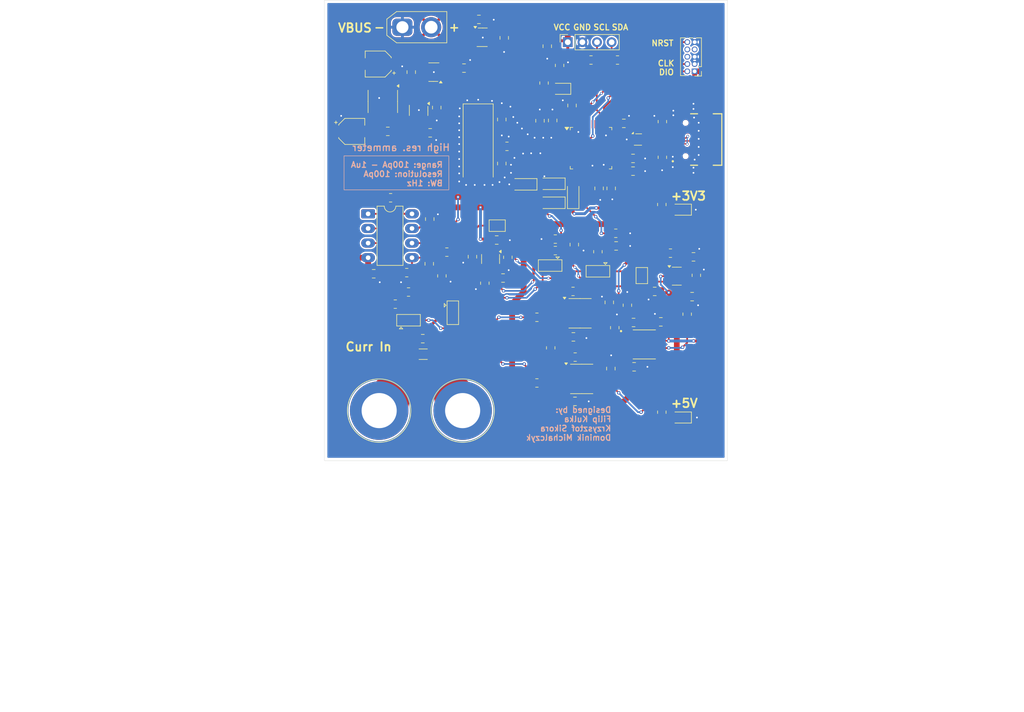
<source format=kicad_pcb>
(kicad_pcb (version 20241229) (generator "pcbnew") (generator_version "9.0")
  (layers (0 "F.Cu" signal) (2 "B.Cu" signal) (13 "F.Paste" user) (15 "B.Paste" user) (5 "F.SilkS" user "F.Silkscreen") (7 "B.SilkS" user "B.Silkscreen") (1 "F.Mask" user) (3 "B.Mask" user) (25 "Edge.Cuts" user))
  (net 0 "")
  (net 1 "GND")
  (net 2 "VBUS")
  (net 3 "/Curr_measurement/IN+")
  (net 4 "/Curr_measurement/IN-")
  (net 5 "/Analog_IO")
  (net 6 "/Stage_IO")
  (net 7 "+3V3")
  (net 8 "Net-(U1-REF)")
  (net 9 "Net-(C6-Pad2)")
  (net 10 "-5VA")
  (net 11 "+5VA")
  (net 12 "Net-(JP5-A)")
  (net 13 "Net-(JP6-A)")
  (net 14 "Net-(C17-Pad2)")
  (net 15 "Net-(U4-REF)")
  (net 16 "Net-(U9-CAP-)")
  (net 17 "Net-(U9-CAP+)")
  (net 18 "+5V_U9")
  (net 19 "Net-(U9-OSC)")
  (net 20 "Net-(U11-PF0)")
  (net 21 "Net-(C31-Pad1)")
  (net 22 "Net-(D1-A)")
  (net 23 "Net-(D2-A)")
  (net 24 "Net-(D3-K)")
  (net 25 "Net-(D3-A)")
  (net 26 "Net-(J3-CC1)")
  (net 27 "/MCU/USB_D_P")
  (net 28 "/MCU/USB_D_N")
  (net 29 "Net-(J3-CC2)")
  (net 30 "/MCU/SWCLK")
  (net 31 "/MCU/SWDIO")
  (net 34 "/MCU/NRST")
  (net 36 "/MCU/SCL")
  (net 37 "/MCU/SDA")
  (net 38 "/Curr_measurement/Frontend_2/Frontend_2_IN+")
  (net 39 "/Curr_measurement/Frontend_1/Frontend_1_IN+")
  (net 40 "/Curr_measurement/Frontend_2/Frontend_2_IN-")
  (net 41 "/Curr_measurement/Frontend_1/Frontend_1_IN-")
  (net 42 "/Curr_measurement/Frontend_1/Frontend_1_OUT")
  (net 43 "Net-(JP3-C)")
  (net 44 "/Curr_measurement/Frontend_2/Frontend_2_OUT")
  (net 45 "Net-(JP4-C)")
  (net 46 "/Curr_measurement/Frontend_2/Stage1_out_2")
  (net 47 "/Curr_measurement/Frontend_1/Stage1_out_1")
  (net 48 "/MCU/BOOT0")
  (net 49 "Net-(U1-V-IN)")
  (net 50 "Net-(U1-V+IN)")
  (net 51 "Net-(R8-Pad2)")
  (net 52 "Net-(R8-Pad1)")
  (net 53 "Net-(U2--)")
  (net 54 "Net-(U3--)")
  (net 55 "Net-(U5-+)")
  (net 56 "Net-(U6-+)")
  (net 57 "Net-(U6--)")
  (net 58 "Net-(U5--)")
  (net 59 "Net-(U4-IN+)")
  (net 60 "Net-(U4-IN-)")
  (net 61 "Net-(U11-PF1)")
  (net 80 "Net-(U11-PA11)")
  (net 98 "Net-(U11-PA12)")
  (footprint "Crystal:Crystal_SMD_HC49-SD" (layer "F.Cu") (at 201.2 73.7825 -90)
    (property "Reference" "Y1" (hide yes))
    (property "Value" "Crystal 8MHz")
  )
  (footprint "Resistor_SMD:R_0805_2012Metric_Pad1.20x1.40mm_HandSolder" (layer "F.Cu") (at 212.6375 63.4 -90)
    (property "Reference" "R5" (hide yes))
    (property "Value" "1.5k")
  )
  (footprint "Capacitor_SMD:C_0805_2012Metric_Pad1.18x1.45mm_HandSolder" (layer "F.Cu") (at 218.0125 118.7)
    (property "Reference" "C20" (hide yes))
    (property "Value" "1u")
  )
  (footprint "Capacitor_SMD:C_0805_2012Metric_Pad1.18x1.45mm_HandSolder" (layer "F.Cu") (at 192.79 87.03 90)
    (property "Reference" "C8" (hide yes))
    (property "Value" "1u")
  )
  (footprint "Capacitor_SMD:C_0805_2012Metric" (layer "F.Cu") (at 222.2 81.7 -90)
    (property "Reference" "C36" (hide yes))
    (property "Value" "100n")
  )
  (footprint "Jumper:SolderJumper-3_P1.3mm_Open_Pad1.0x1.5mm" (layer "F.Cu") (at 189.1 104.6)
    (property "Reference" "JP1" (hide yes))
    (property "Value" "SolderJumper_3_Open")
  )
  (footprint "Diode_SMD:D_SOD-123F" (layer "F.Cu") (at 209.2 81 180)
    (property "Reference" "D5" (hide yes))
    (property "Value" "D_Schottky")
  )
  (footprint "Resistor_SMD:R_0805_2012Metric_Pad1.20x1.40mm_HandSolder" (layer "F.Cu") (at 225.1 89.5)
    (property "Reference" "R3" (hide yes))
    (property "Value" "DNP")
  )
  (footprint "Capacitor_SMD:CP_Elec_4x5.4" (layer "F.Cu") (at 183.8375 60.1 180)
    (property "Reference" "C24" (hide yes))
    (property "Value" "10u")
  )
  (footprint "Resistor_SMD:R_0805_2012Metric_Pad1.20x1.40mm_HandSolder" (layer "F.Cu") (at 186.8 101.8 180)
    (property "Reference" "R7" (hide yes))
    (property "Value" "0")
  )
  (footprint "Resistor_SMD:R_0805_2012Metric_Pad1.20x1.40mm_HandSolder" (layer "F.Cu") (at 217.675 99.6)
    (property "Reference" "R24" (hide yes))
    (property "Value" "47k")
  )
  (footprint "Resistor_SMD:R_1206_3216Metric_Pad1.30x1.75mm_HandSolder" (layer "F.Cu") (at 191.65 110.5)
    (property "Reference" "R_SENSE1" (hide yes))
    (property "Value" "10k")
  )
  (footprint "Capacitor_SMD:C_0805_2012Metric_Pad1.18x1.45mm_HandSolder" (layer "F.Cu") (at 198.7375 60.8)
    (property "Reference" "C25" (hide yes))
    (property "Value" "2u2")
  )
  (footprint "Capacitor_SMD:C_0805_2012Metric_Pad1.18x1.45mm_HandSolder" (layer "F.Cu") (at 189.575 61.5 90)
    (property "Reference" "C26" (hide yes))
    (property "Value" "2u2")
  )
  (footprint "Package_TO_SOT_SMD:SOT-23-5" (layer "F.Cu") (at 203.35625 93.9675 -90)
    (property "Reference" "U2" (hide yes))
    (property "Value" "TLV9301xDBV")
  )
  (footprint "Jumper:SolderJumper-3_P1.3mm_Open_Pad1.0x1.5mm" (layer "F.Cu") (at 196.8 103.3 -90)
    (property "Reference" "JP2" (hide yes))
    (property "Value" "SolderJumper_3_Open")
  )
  (footprint "Capacitor_SMD:C_0805_2012Metric" (layer "F.Cu") (at 211.9375 69.95 90)
    (property "Reference" "C30" (hide yes))
    (property "Value" "4.7u")
  )
  (footprint "Resistor_SMD:R_0805_2012Metric_Pad1.20x1.40mm_HandSolder" (layer "F.Cu") (at 206.35625 93.6675 90)
    (property "Reference" "R12" (hide yes))
    (property "Value" "TBD")
  )
  (footprint "LED_SMD:LED_0805_2012Metric_Pad1.15x1.40mm_HandSolder" (layer "F.Cu") (at 236.375 121.5 180)
    (property "Reference" "D1" (hide yes))
    (property "Value" "Green")
  )
  (footprint "Resistor_SMD:R_0805_2012Metric_Pad1.20x1.40mm_HandSolder" (layer "F.Cu") (at 225.4 59.4)
    (property "Reference" "R31" (hide yes))
    (property "Value" "4k7")
  )
  (footprint "Capacitor_SMD:C_0805_2012Metric_Pad1.18x1.45mm_HandSolder" (layer "F.Cu") (at 183.0525 96.53)
    (property "Reference" "C7" (hide yes))
    (property "Value" "1u")
  )
  (footprint "Jumper:SolderJumper-3_P1.3mm_Open_Pad1.0x1.5mm" (layer "F.Cu") (at 222 96.1 180)
    (property "Reference" "JP3" (hide yes))
    (property "Value" "SolderJumper_3_Open")
  )
  (footprint "Capacitor_SMD:C_0805_2012Metric_Pad1.18x1.45mm_HandSolder" (layer "F.Cu") (at 238.6 93.6)
    (property "Reference" "C13" (hide yes))
    (property "Value" "1u")
  )
  (footprint "Capacitor_SMD:C_0805_2012Metric" (layer "F.Cu") (at 214.1375 69.9 90)
    (property "Reference" "C38" (hide yes))
    (property "Value" "100n")
  )
  (footprint "Capacitor_SMD:C_0805_2012Metric" (layer "F.Cu") (at 228.1 76.5)
    (property "Reference" "C37" (hide yes))
    (property "Value" "1u")
  )
  (footprint "Capacitor_SMD:C_0805_2012Metric_Pad1.18x1.45mm_HandSolder" (layer "F.Cu") (at 238.3625 100.5)
    (property "Reference" "C14" (hide yes))
    (property "Value" "TBD")
  )
  (footprint "Capacitor_SMD:CP_Elec_4x5.4" (layer "F.Cu") (at 179.2375 71.8)
    (property "Reference" "C27" (hide yes))
    (property "Value" "10u")
  )
  (footprint "Capacitor_SMD:C_0805_2012Metric" (layer "F.Cu") (at 228.1 78.7)
    (property "Reference" "C32" (hide yes))
    (property "Value" "100n")
  )
  (footprint "Capacitor_SMD:C_0805_2012Metric_Pad1.18x1.45mm_HandSolder" (layer "F.Cu") (at 224.25 113 90)
    (property "Reference" "C19" (hide yes))
    (property "Value" "1u")
  )
  (footprint "Resistor_SMD:R_0805_2012Metric_Pad1.20x1.40mm_HandSolder" (layer "F.Cu") (at 211.4 104.09)
    (property "Reference" "R19" (hide yes))
    (property "Value" "0")
  )
  (footprint "Capacitor_SMD:C_0805_2012Metric_Pad1.18x1.45mm_HandSolder" (layer "F.Cu") (at 185.5 71.8 180)
    (property "Reference" "C28" (hide yes))
    (property "Value" "1n")
  )
  (footprint "Capacitor_SMD:C_0805_2012Metric_Pad1.18x1.45mm_HandSolder" (layer "F.Cu") (at 205.725 55.55 -90)
    (property "Reference" "C5" (hide yes))
    (property "Value" "2u2")
  )
  (footprint "Resistor_SMD:R_0805_2012Metric_Pad1.20x1.40mm_HandSolder" (layer "F.Cu") (at 227.125 101.995 90)
    (property "Reference" "R21" (hide yes))
    (property "Value" "0")
  )
  (footprint "Diode_SMD:D_SOD-123F" (layer "F.Cu") (at 214.1 84.2 180)
    (property "Reference" "D4" (hide yes))
    (property "Value" "D_Schottky")
  )
  (footprint "Capacitor_SMD:C_0805_2012Metric_Pad1.18x1.45mm_HandSolder" (layer "F.Cu") (at 204.41875 90.6675)
    (property "Reference" "C11" (hide yes))
    (property "Value" "1u")
  )
  (footprint "Resistor_SMD:R_0805_2012Metric_Pad1.20x1.40mm_HandSolder" (layer "F.Cu") (at 233.2 76.3 -90)
    (property "Reference" "R29" (hide yes))
    (property "Value" "5k1")
  )
  (footprint "Resistor_SMD:R_0805_2012Metric_Pad1.20x1.40mm_HandSolder" (layer "F.Cu") (at 220.8 59.4 180)
    (property "Reference" "R30" (hide yes))
    (property "Value" "4k7")
  )
  (footprint "Capacitor_SMD:C_0805_2012Metric_Pad1.18x1.45mm_HandSolder" (layer "F.Cu") (at 205.51875 97.2675)
    (property "Reference" "C10" (hide yes))
    (property "Value" "1u")
  )
  (footprint "Capacitor_SMD:C_0805_2012Metric_Pad1.18x1.45mm_HandSolder" (layer "F.Cu") (at 191.575 107.8)
    (property "Reference" "C2" (hide yes))
    (property "Value" "1n")
  )
  (footprint "Capacitor_SMD:C_0805_2012Metric_Pad1.18x1.45mm_HandSolder" (layer "F.Cu") (at 192.7 94.8 -90)
    (property "Reference" "C6" (hide yes))
    (property "Value" "1u")
  )
  (footprint "Resistor_SMD:R_0805_2012Metric_Pad1.20x1.40mm_HandSolder" (layer "F.Cu") (at 213.8 109.4 90)
    (property "Reference" "R22" (hide yes))
    (property "Value" "470")
  )
  (footprint "Capacitor_SMD:C_0805_2012Metric_Pad1.18x1.45mm_HandSolder" (layer "F.Cu") (at 232.9275 104.89 180)
    (property "Reference" "C16" (hide yes))
    (property "Value" "1u")
  )
  (footprint "Resistor_SMD:R_0805_2012Metric_Pad1.20x1.40mm_HandSolder" (layer "F.Cu") (at 194.9 96.9 -90)
    (property "Reference" "R10" (hide yes))
    (property "Value" "0")
  )
  (footprint "Package_SO:SOIC-8_3.9x4.9mm_P1.27mm" (layer "F.Cu") (at 184.6375 66.6 -90)
    (property "Reference" "U9" (hide yes))
    (property "Value" "LMC7660")
  )
  (footprint "Diode_SMD:D_SOD-123F" (layer "F.Cu") (at 217.7 83 90)
    (property "Reference" "D6" (hide yes))
    (property "Value" "D_Schottky")
  )
  (footprint "Connector:Banana_Jack_1Pin" (layer "F.Cu") (at 198.5 120.3 90)
    (property "Reference" "J2" (hide yes))
    (property "Value" "Conn_01x01_Socket")
  )
  (footprint "Capacitor_SMD:C_0805_2012Metric_Pad1.18x1.45mm_HandSolder" (layer "F.Cu") (at 228.2875 112.695)
    (property "Reference" "C15" (hide yes))
    (property "Value" "1u")
  )
  (footprint "Capacitor_SMD:C_0805_2012Metric_Pad1.18x1.45mm_HandSolder" (layer "F.Cu") (at 231.8625 99.6 180)
    (property "Reference" "C12" (hide yes))
    (property "Value" "1u")
  )
  (footprint "Resistor_SMD:R_0805_2012Metric_Pad1.20x1.40mm_HandSolder" (layer "F.Cu") (at 224.925 105.895 90)
    (property "Reference" "R20" (hide yes))
    (property "Value" "1")
  )
  (footprint "Resistor_SMD:R_0805_2012Metric_Pad1.20x1.40mm_HandSolder" (layer "F.Cu") (at 214.6 92.5 180)
    (property "Reference" "R4" (hide yes))
    (property "Value" "47")
  )
  (footprint "Capacitor_SMD:C_0805_2012Metric_Pad1.18x1.45mm_HandSolder" (layer "F.Cu") (at 217.7375 107.5)
    (property "Reference" "C18" (hide yes))
    (property "Value" "1u")
  )
  (footprint "Resistor_SMD:R_0805_2012Metric_Pad1.20x1.40mm_HandSolder" (layer "F.Cu") (at 185.99 83.33)
    (property "Reference" "R8" (hide yes))
    (property "Value" "500")
  )
  (footprint "Capacitor_SMD:C_0805_2012Metric" (layer "F.Cu") (at 205.3 69.7325 90)
    (property "Reference" "C29" (hide yes))
    (property "Value" "15p")
  )
  (footprint "Jumper:SolderJumper-3_P1.3mm_Open_Pad1.0x1.5mm" (layer "F.Cu") (at 213.7 95.1 180)
    (property "Reference" "JP4" (hide yes))
    (property "Value" "SolderJumper_3_Open")
  )
  (footprint "Resistor_SMD:R_0805_2012Metric_Pad1.20x1.40mm_HandSolder" (layer "F.Cu") (at 214.6 90.5 180)
    (property "Reference" "R16" (hide yes))
    (property "Value" "DNP")
  )
  (footprint "LED_SMD:LED_0805_2012Metric" (layer "F.Cu") (at 215.6 64.4 180)
    (property "Reference" "D3" (hide yes))
    (property "Value" "LED")
  )
  (footprint "INA137UA:SOIC127P599X175-8N" (layer "F.Cu") (at 230.055 108.8)
    (property "Reference" "U4" (hide yes))
    (property "Value" "INA137UA")
  )
  (footprint "Capacitor_SMD:C_0805_2012Metric" (layer "F.Cu") (at 226.5 70.41)
    (property "Reference" "C34" (hide yes))
    (property "Value" "100n")
  )
  (footprint "Capacitor_SMD:C_0805_2012Metric" (layer "F.Cu") (at 224.3 81.7 -90)
    (property "Reference" "C35" (hide yes))
    (property "Value" "1u")
  )
  (footprint "Resistor_SMD:R_0805_2012Metric_Pad1.20x1.40mm_HandSolder" (layer "F.Cu") (at 234.6 92.95 180)
    (property "Reference" "R15" (hide yes))
    (property "Value" "TBD")
  )
  (footprint "Diode_SMD:D_SOD-123F" (layer "F.Cu") (at 214.1 80.9 180)
    (property "Reference" "D7" (hide yes))
    (property "Value" "D_Schottky")
  )
  (footprint "Resistor_SMD:R_0805_2012Metric_Pad1.20x1.40mm_HandSolder" (layer "F.Cu") (at 218.05 111)
    (property "Reference" "R23" (hide yes))
    (property "Value" "47k")
  )
  (footprint "Resistor_SMD:R_0805_2012Metric_Pad1.20x1.40mm_HandSolder" (layer "F.Cu") (at 215.3375 60.34 -90)
    (property "Reference" "R1" (hide yes))
    (property "Value" "10k")
  )
  (footprint "Capacitor_SMD:C_0805_2012Metric_Pad1.18x1.45mm_HandSolder" (layer "F.Cu") (at 200.20625 93.5675 -90)
    (property "Reference" "C9" (hide yes))
    (property "Value" "TBD")
  )
  (footprint "Connector_PinSocket_2.54mm:PinSocket_1x04_P2.54mm_Vertical" (layer "F.Cu") (at 216.76 56.3 90)
    (property "Reference" "J6" (hide yes))
    (property "Value" "Conn_01x04_Socket")
  )
  (footprint "USB4100GFA:GCT_USB4110GFA" (layer "F.Cu") (at 237.2375 73.21 90)
    (property "Reference" "J3" (hide yes))
    (property "Value" "USB4110GFA")
  )
  (footprint "Capacitor_SMD:C_0805_2012Metric" (layer "F.Cu") (at 217.5 67.3 90)
    (property "Reference" "C33" (hide yes))
    (property "Value" "100n")
  )
  (footprint "Package_DIP:DIP-8_W7.62mm_LongPads" (layer "F.Cu") (at 182.08 86.12)
    (property "Reference" "U1" (hide yes))
    (property "Value" "INA121U")
  )
  (footprint "Package_QFP:LQFP-48_7x7mm_P0.5mm" (layer "F.Cu") (at 220.8 74.71)
    (property "Reference" "U11" (hide yes))
    (property "Value" "STM32G431C6Tx" (hide yes))
  )
  (footprint "xt30:AMASS_XT30UPB-M_1x02_P5.0mm_Vertical" (layer "F.Cu") (at 188.0375 53.7)
    (property "Reference" "J5" (hide yes))
    (property "Value" "XT30_Male")
  )
  (footprint "Capacitor_SMD:C_0805_2012Metric_Pad1.18x1.45mm_HandSolder" (layer "F.Cu") (at 201.325 52.35)
    (property "Reference" "C1" (hide yes))
    (property "Value" "2u2")
  )
  (footprint "Capacitor_SMD:C_0805_2012Metric" (layer "F.Cu") (at 205.3 77.3825 -90)
    (property "Reference" "C31" (hide yes))
    (property "Value" "15p")
  )
  (footprint "TPS7A2433DBVR:SOT23_DBV_TEX" (layer "F.Cu") (at 201.8875 55.45)
    (property "Reference" "U7" (hide yes))
    (property "Value" "TPS7A2433DBVR" (hide yes))
  )
  (footprint "Resistor_SMD:R_0805_2012Metric_Pad1.20x1.40mm_HandSolder" (layer "F.Cu") (at 233.1 120.575 -90)
    (property "Reference" "R27" (hide yes))
    (property "Value" "1k")
  )
  (footprint "TPS7A2433DBVR:SOT23_DBV_TEX" (layer "F.Cu") (at 193.5 61.5 180)
    (property "Reference" "U10" (hide yes))
    (property "Value" "TPS7A2450DBVR" (hide yes))
  )
  (footprint "Resistor_SMD:R_0805_2012Metric_Pad1.20x1.40mm_HandSolder" (layer "F.Cu") (at 222 92.7 -90)
    (property "Reference" "R2" (hide yes))
    (property "Value" "47")
  )
  (footprint "Package_SO:SOIC-8_3.9x4.9mm_P1.27mm" (layer "F.Cu") (at 219.175 114.8)
    (property "Reference" "U5" (hide yes))
    (property "Value" "OPA376xxD")
  )
  (footprint "Capacitor_SMD:C_0805_2012Metric" (layer "F.Cu") (at 213.2 57 -90)
    (property "Reference" "C40" (hide yes))
    (property "Value" "1u")
  )
  (footprint "Resistor_SMD:R_0805_2012Metric_Pad1.20x1.40mm_HandSolder" (layer "F.Cu") (at 188.79 96.33 180)
    (property "Reference" "R9" (hide yes))
    (property "Value" "1")
  )
  (footprint "Resistor_SMD:R_0805_2012Metric_Pad1.20x1.40mm_HandSolder" (layer "F.Cu") (at 233.1 84.5 -90)
    (property "Reference" "R26" (hide yes))
    (property "Value" "1k")
  )
  (footprint "Jumper:SolderJumper-2_P1.3mm_Open_Pad1.0x1.5mm" (layer "F.Cu") (at 204.50625 88.1675)
    (property "Reference" "JP5" (hide yes))
    (property "Value" "Jumper_2_Open")
  )
  (footprint "Package_SO:SOIC-8_3.9x4.9mm_P1.27mm" (layer "F.Cu") (at 218.9 103.4)
    (property "Reference" "U6" (hide yes))
    (property "Value" "OPA376xxD")
  )
  (footprint "Capacitor_SMD:C_0805_2012Metric_Pad1.18x1.45mm_HandSolder" (layer "F.Cu") (at 217.9 91.4625 -90)
    (property "Reference" "C4" (hide yes))
    (property "Value" "100n")
  )
  (footprint "TPS7A2433DBVR:SOT23_DBV_TEX" (layer "F.Cu") (at 190.85 68.15 -90)
    (property "Reference" "U8" (hide yes))
    (property "Value" "TPS7A2450DBVR" (hide yes))
  )
  (footprint "Capacitor_SMD:C_0805_2012Metric_Pad1.18x1.45mm_HandSolder" (layer "F.Cu") (at 223.975 101.5 90)
    (property "Reference" "C21" (hide yes))
    (property "Value" "1u")
  )
  (footprint "Jumper:SolderJumper-2_P1.3mm_Open_Pad1.0x1.5mm" (layer "F.Cu") (at 229.625 96.85 90)
    (property "Reference" "JP6" (hide yes))
    (property "Value" "Jumper_2_Open")
  )
  (footprint "Connector:Banana_Jack_1Pin" (layer "F.Cu") (at 184 120.3 90)
    (property "Reference" "J1" (hide yes))
    (property "Value" "Conn_01x01_Socket")
  )
  (footprint "Resistor_SMD:R_0805_2012Metric_Pad1.20x1.40mm_HandSolder" (layer "F.Cu") (at 211.4 115.5)
    (property "Reference" "R18" (hide yes))
    (property "Value" "0")
  )
  (footprint "Resistor_SMD:R_0805_2012Metric_Pad1.20x1.40mm_HandSolder" (layer "F.Cu") (at 239.1 96.8 -90)
    (property "Reference" "R14" (hide yes))
    (property "Value" "TBD")
  )
  (footprint "Capacitor_SMD:C_0805_2012Metric_Pad1.18x1.45mm_HandSolder" (layer "F.Cu") (at 225.1625 91.7)
    (property "Reference" "C3" (hide yes))
    (property "Value" "100n")
  )
  (footprint "Resistor_SMD:R_0805_2012Metric_Pad1.20x1.40mm_HandSolder" (layer "F.Cu") (at 195.75625 92.7675)
    (property "Reference" "R11" (hide yes))
    (property "Value" "TBD")
  )
  (footprint "Resistor_SMD:R_0805_2012Metric_Pad1.20x1.40mm_HandSolder" (layer "F.Cu") (at 237.5 103.55 90)
    (property "Reference" "R17" (hide yes))
    (property "Value" "TBD")
  )
  (footprint "Connector_PinHeader_1.27mm:PinHeader_2x05_P1.27mm_Vertical" (layer "F.Cu") (at 238.8 61.37 180)
    (property "Reference" "J4" (hide yes))
    (property "Value" "Conn_ARM_JTAG_SWD_10")
  )
  (footprint "Resistor_SMD:R_0805_2012Metric_Pad1.20x1.40mm_HandSolder" (layer "F.Cu") (at 202.35625 98.1675 90)
    (property "Reference" "R13" (hide yes))
    (property "Value" "TBD")
  )
  (footprint "Resistor_SMD:R_0805_2012Metric_Pad1.20x1.40mm_HandSolder" (layer "F.Cu") (at 189.1 99.7 180)
    (property "Reference" "R6" (hide yes))
    (property "Value" "0")
  )
  (footprint "Resistor_SMD:R_0805_2012Metric_Pad1.20x1.40mm_HandSolder" (layer "F.Cu") (at 233.2 70.1 90)
    (property "Reference" "R28" (hide yes))
    (property "Value" "5k1")
  )
  (footprint "Package_TO_SOT_SMD:SOT-23-5" (layer "F.Cu") (at 235.7 96.95)
    (property "Reference" "U3" (hide yes))
    (property "Value" "TLV9301xDBV")
  )
  (footprint "LED_SMD:LED_0805_2012Metric_Pad1.15x1.40mm_HandSolder" (layer "F.Cu") (at 236.375 85.4 180)
    (property "Reference" "D2" (hide yes))
    (property "Value" "Green" (hide yes))
  )
  (footprint "Capacitor_SMD:C_0805_2012Metric_Pad1.18x1.45mm_HandSolder" (layer "F.Cu") (at 192.8625 72.05)
    (property "Reference" "C23" (hide yes))
    (property "Value" "2u2")
  )
  (footprint "Resistor_SMD:R_0805_2012Metric_Pad1.20x1.40mm_HandSolder" (layer "F.Cu") (at 206.2 74.4)
    (property "Reference" "R25" (hide yes))
    (property "Value" "22R")
  )
  (footprint "Capacitor_SMD:C_0805_2012Metric_Pad1.18x1.45mm_HandSolder" (layer "F.Cu") (at 194 67.66 -90)
    (property "Reference" "C22" (hide yes))
    (property "Value" "2u2")
  )
  (footprint "Capacitor_SMD:C_0805_2012Metric_Pad1.18x1.45mm_HandSolder" (layer "F.Cu") (at 228.1875 104.995)
    (property "Reference" "C17" (hide yes))
    (property "Value" "1u")
  )
  (footprint "Package_TO_SOT_SMD:SOT-666" (layer "F.Cu") (at 228.95 73.21)
    (property "Reference" "U12" (hide yes))
    (property "Value" "USBLC6-2P6")
  )
  (gr_rect (start 174.5 49) (end 244.5 129) (stroke (width 0.05)) (fill no) (layer "Edge.Cuts"))
  (gr_text "+5V" (at 234.525 119.9 0) (layer "F.SilkS") (effects (font (size 1.5 1.5) (thickness 0.3) (bold yes)) (justify left bottom)))
  (gr_text "CLK" (at 232.3 60.56 0) (layer "F.SilkS") (effects (font (size 1 1) (thickness 0.2)) (justify left bottom)))
  (gr_text "NRST" (at 231.2 57.06 0) (layer "F.SilkS") (effects (font (size 1 1) (thickness 0.2)) (justify left bottom)))
  (gr_text "SDA" (at 224.3 54.3 0) (layer "F.SilkS") (effects (font (size 1 1) (thickness 0.2)) (justify left bottom)))
  (gr_text "VBUS" (at 176.7 54.7 0) (layer "F.SilkS") (effects (font (size 1.5 1.5) (thickness 0.3) (bold yes)) (justify left bottom)))
  (gr_text "SCL" (at 221.1 54.3 0) (layer "F.SilkS") (effects (font (size 1 1) (thickness 0.2)) (justify left bottom)))
  (gr_text "VCC" (at 214.2 54.3 0) (layer "F.SilkS") (effects (font (size 1 1) (thickness 0.2)) (justify left bottom)))
  (gr_text "DIO" (at 232.5 62.1 0) (layer "F.SilkS") (effects (font (size 1 1) (thickness 0.2)) (justify left bottom)))
  (gr_text "Curr In" (at 178 110.1 0) (layer "F.SilkS") (effects (font (size 1.5 1.5) (thickness 0.3) (bold yes)) (justify left bottom)))
  (gr_text "+3V3" (at 234.525 83.9 0) (layer "F.SilkS") (effects (font (size 1.5 1.5) (thickness 0.3) (bold yes)) (justify left bottom)))
  (gr_text "GND" (at 217.6 54.3 0) (layer "F.SilkS") (effects (font (size 1 1) (thickness 0.2)) (justify left bottom)))
  (gr_text "High res. ammeter" (at 196.4 75.3 0) (layer "B.SilkS") (effects (font (size 1.2 1.2) (thickness 0.2) (bold yes)) (justify left bottom mirror)))
  (gr_text "Designed by: \nFilip Kulka\nKrzysztof Sikora\nDominik Michalczyk\n " (at 224.4 127.2 0) (layer "B.SilkS") (effects (font (size 1 1) (thickness 0.2) (bold yes)) (justify left bottom mirror)))
  (gr_text_box "Range: 100pA - 1uA\nResolution: 100pA\nBW: 1Hz\n" (start 177.9 76.05) (end 196.1 81.95) (margins 1.0025 1.0025 1.0025 1.0025) (layer "B.SilkS") (effects (font (size 1 1) (thickness 0.2) (bold yes)) (justify left top mirror)) (border yes) (stroke (width 0.1)))
  (segment (start 205.725 57.975) (end 205.7 58) (width 0.3) (layer "F.Cu") (net 1))
  (segment (start 219.8 107.5) (end 220 107.7) (width 0.3) (layer "F.Cu") (net 1))
  (segment (start 229.05 78.7) (end 230.2 78.7) (width 0.3) (layer "F.Cu") (net 1))
  (segment (start 213.2 59.1625) (end 213.1975 59.165) (width 0.3) (layer "F.Cu") (net 1))
  (segment (start 222.7375 100.4625) (end 222.7 100.5) (width 0.3) (layer "F.Cu") (net 1))
  (segment (start 184.09 96.53) (end 184.09 97.99) (width 0.3) (layer "F.Cu") (net 1))
  (segment (start 177.4375 71.8) (end 177.4375 69.1375) (width 0.5) (layer "F.Cu") (net 1))
  (segment (start 200.20625 94.605) (end 198.605 94.605) (width 0.3) (layer "F.Cu") (net 1))
  (segment (start 223.44 72.46) (end 223.4 72.5) (width 0.3) (layer "F.Cu") (net 1))
  (segment (start 221.05 77.75) (end 221.05 78.8725) (width 0.3) (layer "F.Cu") (net 1))
  (segment (start 224.25 110.75) (end 224.3 110.7) (width 0.3) (layer "F.Cu") (net 1))
  (segment (start 214.1375 68.0375) (end 214.1 68) (width 0.3) (layer "F.Cu") (net 1))
  (segment (start 192.79 85.9925) (end 193.9925 85.9925) (width 0.3) (layer "F.Cu") (net 1))
  (segment (start 177.4375 69.1375) (end 177.4 69.1) (width 0.5) (layer "F.Cu") (net 1))
  (segment (start 233.2 69.1) (end 231.8 69.1) (width 0.3) (layer "F.Cu") (net 1))
  (segment (start 215.95 66.35) (end 215.9 66.4) (width 0.3) (layer "F.Cu") (net 1))
  (segment (start 230.595 112.695) (end 230.6 112.7) (width 0.3) (layer "F.Cu") (net 1))
  (segment (start 239.1 95.8) (end 240.4 95.8) (width 0.3) (layer "F.Cu") (net 1))
  (segment (start 231.89 103.51) (end 231.9 103.5) (width 0.3) (layer "F.Cu") (net 1))
  (segment (start 194.85 61.5) (end 193.5 61.5) (width 0.3) (layer "F.Cu") (net 1))
  (segment (start 214.1375 68.95) (end 214.1375 68.0375) (width 0.3) (layer "F.Cu") (net 1))
  (segment (start 229.325 112.695) (end 230.595 112.695) (width 0.3) (layer "F.Cu") (net 1))
  (segment (start 228.025 73.21) (end 227.01 73.21) (width 0.3) (layer "F.Cu") (net 1))
  (segment (start 207.8 81) (end 206.6 81) (width 0.3) (layer "F.Cu") (net 1))
  (segment (start 199.775 60.8) (end 199.775 59.425) (width 0.3) (layer "F.Cu") (net 1))
  (segment (start 188.0375 60.4625) (end 188 60.5) (width 0.3) (layer "F.Cu") (net 1))
  (segment (start 190.85 66.8) (end 190.85 68.05) (width 0.3) (layer "F.Cu") (net 1))
  (segment (start 211.9375 68.0375) (end 211.9 68) (width 0.3) (layer "F.Cu") (net 1))
  (segment (start 222.2 83.5) (end 222.4 83.7) (width 0.3) (layer "F.Cu") (net 1))
  (segment (start 226.2 91.7) (end 227.6 91.7) (width 0.3) (layer "F.Cu") (net 1))
  (segment (start 189.575 60.4625) (end 188.0375 60.4625) (width 0.3) (layer "F.Cu") (net 1))
  (segment (start 226.1 89.5) (end 227.6 89.5) (width 0.3) (layer "F.Cu") (net 1))
  (segment (start 224.3 82.65) (end 224.3 83.4) (width 0.3) (layer "F.Cu") (net 1))
  (segment (start 193.9 72.05) (end 193.9 73.3) (width 0.3) (layer "F.Cu") (net 1))
  (segment (start 227.01 73.21) (end 227 73.2) (width 0.3) (layer "F.Cu") (net 1))
  (segment (start 237.4 121.5) (end 239.2 121.5) (width 0.3) (layer "F.Cu") (net 1))
  (segment (start 227.45 69.15) (end 227.4 69.1) (width 0.3) (layer "F.Cu") (net 1))
  (segment (start 206.6675 90.6675) (end 206.7 90.7) (width 0.3) (layer "F.Cu") (net 1))
  (segment (start 227.125 100.995) (end 227.125 99.725) (width 0.3) (layer "F.Cu") (net 1))
  (segment (start 187.79 97.99) (end 187.8 98) (width 0.3) (layer "F.Cu") (net 1))
  (segment (start 184.0025 65.9975) (end 184 66) (width 0.3) (layer "F.Cu") (net 1))
  (segment (start 224.9625 72.46) (end 223.44 72.46) (width 0.3) (layer "F.Cu") (net 1))
  (segment (start 190.85 68.05) (end 190.9 68.1) (width 0.3) (layer "F.Cu") (net 1))
  (segment (start 233.2 78.5) (end 233.2 77.3) (width 0.3) (layer "F.Cu") (net 1))
  (segment (start 224.925 103.975) (end 225.3 103.6) (width 0.3) (layer "F.Cu") (net 1))
  (segment (start 206.55625 95.95625) (end 206.5 95.9) (width 0.3) (layer "F.Cu") (net 1))
  (segment (start 217.9 92.5) (end 219.5 92.5) (width 0.3) (layer "F.Cu") (net 1))
  (segment (start 237.4 85.4) (end 239 85.4) (width 0.3) (layer "F.Cu") (net 1))
  (segment (start 194 69.9) (end 194 68.6975) (width 0.3) (layer "F.Cu") (net 1))
  (segment (start 200.8325 99.1675) (end 200.8 99.2) (width 0.3) (layer "F.Cu") (net 1))
  (segment (start 211.9375 69) (end 211.9375 68.0375) (width 0.3) (layer "F.Cu") (net 1))
  (segment (start 187.79 96.33) (end 187.79 97.99) (width 0.3) (layer "F.Cu") (net 1))
  (segment (start 224.25 111.9625) (end 224.25 110.75) (width 0.3) (layer "F.Cu") (net 1))
  (segment (start 205.45625 90.6675) (end 206.6675 90.6675) (width 0.3) (layer "F.Cu") (net 1))
  (segment (start 227.45 70.41) (end 227.45 69.15) (width 0.3) (layer "F.Cu") (net 1))
  (segment (start 230.825 99.6) (end 230.825 100.975) (width 0.3) (layer "F.Cu") (net 1))
  (segment (start 206.55625 97.2675) (end 206.55625 95.95625) (width 0.3) (layer "F.Cu") (net 1))
  (segment (start 224.925 104.895) (end 224.925 103.975) (width 0.3) (layer "F.Cu") (net 1))
  (segment (start 216.34 59.34) (end 215.3375 59.34) (width 0.3) (layer "F.Cu") (net 1))
  (segment (start 202.3625 52.35) (end 203.85 52.35) (width 0.3) (layer "F.Cu") (net 1))
  (segment (start 239.4 100.5) (end 239.4 102) (width 0.3) (layer "F.Cu") (net 1))
  (segment (start 223.05 78.8725) (end 223.05 77.65) (width 0.3) (layer "F.Cu") (net 1))
  (segment (start 224.3 83.4) (end 224.5 83.6) (width 0.3) (layer "F.Cu") (net 1))
  (segment (start 205.725 56.5875) (end 205.725 57.975) (width 0.3) (layer "F.Cu") (net 1))
  (segment (start 233.15 78.55) (end 233.2 78.5) (width 0.3) (layer "F.Cu") (net 1))
  (segment (start 213.6 90.5) (end 212.2 90.5) (width 0.3) (layer "F.Cu") (net 1))
  (segment (start 184.09 97.99) (end 184.1 98) (width 0.3) (layer "F.Cu") (net 1))
  (segment (start 222.2 82.65) (end 222.2 83.5) (width 0.3) (layer "F.Cu") (net 1))
  (segment (start 231.89 104.89) (end 231.89 103.51) (width 0.3) (layer "F.Cu") (net 1))
  (segment (start 193.9925 85.9925) (end 194.2 86.2) (width 0.3) (layer "F.Cu") (net 1))
  (segment (start 194.9 97.9) (end 196.4 97.9) (width 0.3) (layer "F.Cu") (net 1))
  (segment (start 217.5 66.35) (end 215.95 66.35) (width 0.3) (layer "F.Cu") (net 1))
  (segment (start 218.55 70.5475) (end 218.55 71.85) (width 0.2) (layer "F.Cu") (net 1))
  (segment (start 184.0025 64.125) (end 184.0025 65.9975) (width 0.3) (layer "F.Cu") (net 1))
  (segment (start 202.35625 99.1675) (end 200.8325 99.1675) (width 0.3) (layer "F.Cu") (net 1))
  (segment (start 218.55 71.85) (end 218.6 71.9) (width 0.2) (layer "F.Cu") (net 1))
  (segment (start 223.05 77.65) (end 223 77.6) (width 0.3) (layer "F.Cu") (net 1))
  (segment (start 230.825 100.975) (end 230.8 101) (width 0.3) (layer "F.Cu") (net 1))
  (segment (start 239.6375 92.2375) (end 239.6 92.2) (width 0.3) (layer "F.Cu") (net 1))
  (segment (start 212.7 80.9) (end 212.7 79.6) (width 0.3) (layer "F.Cu") (net 1))
  (segment (start 200.5375 55.45) (end 201.95 55.45) (width 0.3) (layer "F.Cu") (net 1))
  (segment (start 219.05 118.7) (end 220.4 118.7) (width 0.3) (layer "F.Cu") (net 1))
  (segment (start 203.85 52.35) (end 203.9 52.4) (width 0.3) (layer "F.Cu") (net 1))
  (segment (start 213.2 57.95) (end 213.2 59.1625) (width 0.3) (layer "F.Cu") (net 1))
  (segment (start 199.775 59.425) (end 199.8 59.4) (width 0.3) (layer "F.Cu") (net 1))
  (segment (start 223.975 100.4625) (end 222.7375 100.4625) (width 0.3) (layer "F.Cu") (net 1))
  (segment (start 216.8 59.8) (end 216.34 59.34) (width 0.3) (layer "F.Cu") (net 1))
  (segment (start 239.6375 93.6) (end 239.6375 92.2375) (width 0.3) (layer "F.Cu") (net 1))
  (segment (start 201.95 55.45) (end 202 55.5) (width 0.3) (layer "F.Cu") (net 1))
  (segment (start 198.605 94.605) (end 198.6 94.6) (width 0.3) (layer "F.Cu") (net 1))
  (segment (start 218.775 107.5) (end 219.8 107.5) (width 0.3) (layer "F.Cu") (net 1))
  (segment (start 229.05 76.5) (end 230.2 76.5) (width 0.3) (layer "F.Cu") (net 1))
  (segment (start 227.125 99.725) (end 227.1 99.7) (width 0.3) (layer "F.Cu") (net 1))
  (via (at 211 72.9) (size 0.6) (drill 0.3) (layers "F.Cu" "B.Cu") (net 1))
  (via (at 202.3 81.1) (size 0.6) (drill 0.3) (layers "F.Cu" "B.Cu") (net 1))
  (via (at 223.4 72.5) (size 0.6) (drill 0.3) (layers "F.Cu" "B.Cu") (net 1))
  (via (at 200.6 81.1) (size 0.6) (drill 0.3) (layers "F.Cu" "B.Cu") (net 1))
  (via (at 193.5 61.5) (size 0.6) (drill 0.3) (layers "F.Cu" "B.Cu") (net 1))
  (via (at 197.9 70.4) (size 0.6) (drill 0.3) (layers "F.Cu" "B.Cu") (net 1))
  (via (at 230.6 112.7) (size 0.5) (drill 0.3) (layers "F.Cu" "B.Cu") (net 1))
  (via (at 239.2 121.5) (size 0.5) (drill 0.3) (layers "F.Cu" "B.Cu") (net 1))
  (via (at 215.9 66.4) (size 0.5) (drill 0.3) (layers "F.Cu" "B.Cu") (net 1))
  (via (at 210.4 75.6) (size 0.6) (drill 0.3) (layers "F.Cu" "B.Cu") (net 1))
  (via (at 222.4 83.7) (size 0.6) (drill 0.3) (layers "F.Cu" "B.Cu") (net 1))
  (via (at 221.05 77.75) (size 0.6) (drill 0.3) (layers "F.Cu" "B.Cu") (net 1))
  (via (at 220.4 118.7) (size 0.5) (drill 0.3) (layers "F.Cu" "B.Cu") (net 1))
  (via (at 239.5 75.9) (size 0.5) (drill 0.3) (layers "F.Cu" "B.Cu") (net 1))
  (via (at 211.9 68) (size 0.6) (drill 0.3) (layers "F.Cu" "B.Cu") (net 1))
  (via (at 212 75.6) (size 0.6) (drill 0.3) (layers "F.Cu" "B.Cu") (net 1))
  (via (at 233.15 78.55) (size 0.5) (drill 0.3) (layers "F.Cu" "B.Cu") (net 1))
  (via (at 188 60.5) (size 0.5) (drill 0.3) (layers "F.Cu" "B.Cu") (net 1))
  (via (at 212.5 72.9) (size 0.6) (drill 0.3) (layers "F.Cu" "B.Cu") (net 1))
  (via (at 184.1 98) (size 0.5) (drill 0.3) (layers "F.Cu" "B.Cu") (net 1))
  (via (at 235 76.2) (size 0.5) (drill 0.3) (layers "F.Cu" "B.Cu") (net 1))
  (via (at 238.8 76.7) (size 0.5) (drill 0.3) (layers "F.Cu" "B.Cu") (net 1))
  (via (at 208 70.3) (size 0.6) (drill 0.3) (layers "F.Cu" "B.Cu") (net 1))
  (via (at 224.3 110.7) (size 0.5) (drill 0.3) (layers "F.Cu" "B.Cu") (net 1))
  (via (at 190.9 68.1) (size 0.5) (drill 0.3) (layers "F.Cu" "B.Cu") (net 1))
  (via (at 231.8 69.1) (size 0.5) (drill 0.3) (layers "F.Cu" "B.Cu") (net 1))
  (via (at 194 69.9) (size 0.5) (drill 0.3) (layers "F.Cu" "B.Cu") (net 1))
  (via (at 238.6 79) (size 0.5) (drill 0.3) (layers "F.Cu" "B.Cu") (net 1))
  (via (at 206.6 81) (size 0.6) (drill 0.3) (layers "F.Cu" "B.Cu") (net 1))
  (via (at 239.5 73.1) (size 0.5) (drill 0.3) (layers "F.Cu" "B.Cu") (net 1))
  (via (at 187.8 98) (size 0.5) (drill 0.3) (layers "F.Cu" "B.Cu") (net 1))
  (via (at 205.3 66.9) (size 0.6) (drill 0.3) (layers "F.Cu" "B.Cu") (net 1))
  (via (at 239.5 71.7) (size 0.5) (drill 0.3) (layers "F.Cu" "B.Cu") (net 1))
  (via (at 230.2 76.5) (size 0.6) (drill 0.3) (layers "F.Cu" "B.Cu") (net 1))
  (via (at 212.2 90.5) (size 0.5) (drill 0.3) (layers "F.Cu" "B.Cu") (net 1))
  (via (at 199.8 59.4) (size 0.5) (drill 0.3) (layers "F.Cu" "B.Cu") (net 1))
  (via (at 213.9 72.9) (size 0.6) (drill 0.3) (layers "F.Cu" "B.Cu") (net 1))
  (via (at 239.6 92.2) (size 0.6) (drill 0.3) (layers "F.Cu" "B.Cu") (net 1))
  (via (at 218.6 71.9) (size 0.6) (drill 0.3) (layers "F.Cu" "B.Cu") (net 1))
  (via (at 206.8 67.5) (size 0.6) (drill 0.3) (layers "F.Cu" "B.Cu") (net 1))
  (via (at 235 78) (size 0.5) (drill 0.3) (layers "F.Cu" "B.Cu") (net 1))
  (via (at 225.3 103.6) (size 0.6) (drill 0.3) (layers "F.Cu" "B.Cu") (net 1))
  (via (at 212.7 79.6) (size 0.5) (drill 0.3) (layers "F.Cu" "B.Cu") (net 1))
  (via (at 209.8 72.3) (size 0.6) (drill 0.3) (layers "F.Cu" "B.Cu") (net 1))
  (via (at 199.3 66.4) (size 0.6) (drill 0.3) (layers "F.Cu" "B.Cu") (net 1))
  (via (at 214.1 68) (size 0.6) (drill 0.3) (layers "F.Cu" "B.Cu") (net 1))
  (via (at 227.6 91.7) (size 0.6) (drill 0.3) (layers "F.Cu" "B.Cu") (net 1))
  (via (at 198 67.8) (size 0.6) (drill 0.3) (layers "F.Cu" "B.Cu") (net 1))
  (via (at 224.5 83.6) (size 0.6) (drill 0.3) (layers "F.Cu" "B.Cu") (net 1))
  (via (at 207.3 69.3) (size 0.6) (drill 0.3) (layers "F.Cu" "B.Cu") (net 1))
  (via (at 239.4 102) (size 0.6) (drill 0.3) (layers "F.Cu" "B.Cu") (net 1))
  (via (at 201.2 66.3) (size 0.6) (drill 0.3) (layers "F.Cu" "B.Cu") (net 1))
  (via (at 227.1 99.7) (size 0.5) (drill 0.3) (layers "F.Cu" "B.Cu") (net 1))
  (via (at 184 66) (size 0.6) (drill 0.3) (layers "F.Cu" "B.Cu") (net 1))
  (via (at 205.8 79.8) (size 0.6) (drill 0.3) (layers "F.Cu" "B.Cu") (net 1))
  (via (at 235.1 68.2) (size 0.5) (drill 0.3) (layers "F.Cu" "B.Cu") (net 1))
  (via (at 197.9 71.6) (size 0.6) (drill 0.3) (layers "F.Cu" "B.Cu") (net 1))
  (via (at 222.7 100.5) (size 0.5) (drill 0.3) (layers "F.Cu" "B.Cu") (net 1))
  (via (at 238.6 67.9) (size 0.5) (drill 0.3) (layers "F.Cu" "B.Cu") (net 1))
  (via (at 197.9 77.9) (size 0.6) (drill 0.3) (layers "F.Cu" "B.Cu") (net 1))
  (via (at 209 75.65) (size 0.6) (drill 0.3) (layers "F.Cu" "B.Cu") (net 1))
  (via (at 239.5 74.5) (size 0.5) (drill 0.3) (layers "F.Cu" "B.Cu") (net 1))
  (via (at 204.9 80.6) (size 0.6) (drill 0.3) (layers "F.Cu" "B.Cu") (net 1))
  (via (at 238.6 67) (size 0.5) (drill 0.3) (layers "F.Cu" "B.Cu") (net 1))
  (via (at 230.2 78.7) (size 0.6) (drill 0.3) (layers "F.Cu" "B.Cu") (net 1))
  (via (at 203.6 66.5) (size 0.6) (drill 0.3) (layers "F.Cu" "B.Cu") (net 1))
  (via (at 213.1975 59.165) (size 0.5) (drill 0.3) (layers "F.Cu" "B.Cu") (net 1))
  (via (at 238.6 78.1) (size 0.5) (drill 0.3) (layers "F.Cu" "B.Cu") (net 1))
  (via (at 220 107.7) (size 0.5) (drill 0.3) (layers "F.Cu" "B.Cu") (net 1))
  (via (at 239 85.4) (size 0.5) (drill 0.3) (layers "F.Cu" "B.Cu") (net 1))
  (via (at 216.8 59.8) (size 0.5) (drill 0.3) (layers "F.Cu" "B.Cu") (net 1))
  (via (at 197.9 72.8) (size 0.6) (drill 0.3) (layers "F.Cu" "B.Cu") (net 1))
  (via (at 223 77.6) (size 0.6) (drill 0.3) (layers "F.Cu" "B.Cu") (net 1))
  (via (at 206.5 95.9) (size 0.5) (drill 0.3) (layers "F.Cu" "B.Cu") (net 1))
  (via (at 197.9 74) (size 0.6) (drill 0.3) (layers "F.Cu" "B.Cu") (net 1))
  (via (at 177.4 69.1) (size 0.6) (drill 0.3) (layers "F.Cu" "B.Cu") (net 1))
  (via (at 197.9 69.2) (size 0.6) (drill 0.3) (layers "F.Cu" "B.Cu") (net 1))
  (via (at 230.8 101) (size 0.6) (drill 0.3) (layers "F.Cu" "B.Cu") (net 1))
  (via (at 219.5 92.5) (size 0.5) (drill 0.3) (layers "F.Cu" "B.Cu") (net 1))
  (via (at 205.3 72.5) (size 0.6) (drill 0.3) (layers "F.Cu" "B.Cu") (net 1))
  (via (at 239.5 70.3) (size 0.5) (drill 0.3) (layers "F.Cu" "B.Cu") (net 1))
  (via (at 207.5 76.4) (size 0.6) (drill 0.3) (layers "F.Cu" "B.Cu") (net 1))
  (via (at 198.6 94.6) (size 0.5) (drill 0.3) (layers "F.Cu" "B.Cu") (net 1))
  (via (at 202 55.5) (size 0.6) (drill 0.3) (layers "F.Cu" "B.Cu") (net 1))
  (via (at 203.9 52.4) (size 0.6) (drill 0.3) (layers "F.Cu" "B.Cu") (net 1))
  (via (at 205.7 58) (size 0.6) (drill 0.3) (layers "F.Cu" "B.Cu") (net 1))
  (via (at 199.1 81.1) (size 0.6) (drill 0.3) (layers "F.Cu" "B.Cu") (net 1))
  (via (at 231.9 103.5) (size 0.6) (drill 0.3) (layers "F.Cu" "B.Cu") (net 1))
  (via (at 196.4 97.9) (size 0.5) (drill 0.3) (layers "F.Cu" "B.Cu") (net 1))
  (via (at 197.9 79.1) (size 0.6) (drill 0.3) (layers "F.Cu" "B.Cu") (net 1))
  (via (at 240.4 95.8) (size 0.6) (drill 0.3) (layers "F.Cu" "B.Cu") (net 1))
  (via (at 200.8 99.2) (size 0.5) (drill 0.3) (layers "F.Cu" "B.Cu") (net 1))
  (via (at 197.9 76.6) (size 0.6) (drill 0.3) (layers "F.Cu" "B.Cu") (net 1))
  (via (at 227.4 69.1) (size 0.6) (drill 0.3) (layers "F.Cu" "B.Cu") (net 1))
  (via (at 194.2 86.2) (size 0.5) (drill 0.3) (layers "F.Cu" "B.Cu") (net 1))
  (via (at 197.9 80.5) (size 0.6) (drill 0.3) (layers "F.Cu" "B.Cu") (net 1))
  (via (at 203.7 81.1) (size 0.6) (drill 0.3) (layers "F.Cu" "B.Cu") (net 1))
  (via (at 227.6 89.5) (size 0.6) (drill 0.3) (layers "F.Cu" "B.Cu") (net 1))
  (via (at 193.9 73.3) (size 0.5) (drill 0.3) (layers "F.Cu" "B.Cu") (net 1))
  (via (at 227 73.2) (size 0.6) (drill 0.3) (layers "F.Cu" "B.Cu") (net 1))
  (via (at 208.8 71.3) (size 0.6) (drill 0.3) (layers "F.Cu" "B.Cu") (net 1))
  (via (at 206.9 79) (size 0.6) (drill 0.3) (layers "F.Cu" "B.Cu") (net 1))
  (via (at 197.9 75.3) (size 0.6) (drill 0.3) (layers "F.Cu" "B.Cu") (net 1))
  (via (at 235.1 69) (size 0.5) (drill 0.3) (layers "F.Cu" "B.Cu") (net 1))
  (via (at 206.9 77.6) (size 0.6) (drill 0.3) (layers "F.Cu" "B.Cu") (net 1))
  (via (at 206.7 90.7) (size 0.5) (drill 0.3) (layers "F.Cu" "B.Cu") (net 1))
  (via (at 238.7 69.4) (size 0.5) (drill 0.3) (layers "F.Cu" "B.Cu") (net 1))
  (via (at 206.5 72.7) (size 0.6) (drill 0.3) (layers "F.Cu" "B.Cu") (net 1))
  (segment (start 200.2875 54.25) (end 200.5375 54.5) (width 0.5) (layer "F.Cu") (net 2))
  (segment (start 189.1 106.3) (end 189.1 104.6) (width 0.5) (layer "F.Cu") (net 3))
  (segment (start 190.1 110.5) (end 190.1 109.3) (width 0.5) (layer "F.Cu") (net 3))
  (segment (start 190.5375 107.7375) (end 189.1 106.3) (width 0.5) (layer "F.Cu") (net 3))
  (segment (start 190.1 109.3) (end 190.5375 108.8625) (width 0.5) (layer "F.Cu") (net 3))
  (segment (start 190.5375 108.8625) (end 190.5375 107.8) (width 0.5) (layer "F.Cu") (net 3))
  (segment (start 190.5375 107.8) (end 190.5375 107.7375) (width 0.5) (layer "F.Cu") (net 3))
  (segment (start 192.6125 105.8875) (end 192.6125 107.8) (width 0.5) (layer "F.Cu") (net 4))
  (segment (start 193.2 110.5) (end 193.2 109.6) (width 0.5) (layer "F.Cu") (net 4))
  (segment (start 195.2 103.3) (end 196.8 103.3) (width 0.5) (layer "F.Cu") (net 4))
  (segment (start 192.6125 109.0125) (end 192.6125 107.8) (width 0.5) (layer "F.Cu") (net 4))
  (segment (start 193.2 109.6) (end 192.6125 109.0125) (width 0.5) (layer "F.Cu") (net 4))
  (segment (start 192.6125 105.8875) (end 195.2 103.3) (width 0.5) (layer "F.Cu") (net 4))
  (segment (start 215.5 80.9) (end 217 80.9) (width 0.3) (layer "F.Cu") (net 5))
  (segment (start 224.1 91.675) (end 224.125 91.7) (width 0.3) (layer "F.Cu") (net 5))
  (segment (start 215.5 80.9) (end 215.5 79.6) (width 0.3) (layer "F.Cu") (net 5))
  (segment (start 224.1 89.5) (end 224.1 91.675) (width 0.3) (layer "F.Cu") (net 5))
  (segment (start 224.125 91.7) (end 222 91.7) (width 0.3) (layer "F.Cu") (net 5))
  (segment (start 219.8 82.7) (end 218.7 81.6) (width 0.3) (layer "F.Cu") (net 5))
  (segment (start 214.5 76.6) (end 215.14 75.96) (width 0.3) (layer "F.Cu") (net 5))
  (segment (start 221.6 86.6) (end 219.8 84.8) (width 0.3) (layer "F.Cu") (net 5))
  (segment (start 214.5 78.6) (end 214.5 76.6) (width 0.3) (layer "F.Cu") (net 5))
  (segment (start 215.14 75.96) (end 216.6375 75.96) (width 0.3) (layer "F.Cu") (net 5))
  (segment (start 219.8 84.8) (end 219.8 82.7) (width 0.3) (layer "F.Cu") (net 5))
  (segment (start 224.1 89.5) (end 222.6 89.5) (width 0.3) (layer "F.Cu") (net 5))
  (segment (start 215.5 79.6) (end 214.5 78.6) (width 0.3) (layer "F.Cu") (net 5))
  (segment (start 218.7 81.6) (end 217.7 81.6) (width 0.3) (layer "F.Cu") (net 5))
  (segment (start 217 80.9) (end 217.7 81.6) (width 0.3) (layer "F.Cu") (net 5))
  (via (at 222.6 89.5) (size 0.6) (drill 0.3) (layers "F.Cu" "B.Cu") (net 5))
  (via (at 221.6 86.6) (size 0.6) (drill 0.3) (layers "F.Cu" "B.Cu") (net 5))
  (segment (start 222.6 87.6) (end 221.6 86.6) (width 0.3) (layer "B.Cu") (net 5))
  (segment (start 222.6 89.5) (end 222.6 87.6) (width 0.3) (layer "B.Cu") (net 5))
  (segment (start 216.6375 75.46) (end 214.64 75.46) (width 0.3) (layer "F.Cu") (net 6))
  (segment (start 215.6 92.5) (end 215.6 90.5) (width 0.3) (layer "F.Cu") (net 6))
  (segment (start 212.7 84) (end 212.7 84.2) (width 0.3) (layer "F.Cu") (net 6))
  (segment (start 210.6 81.9) (end 212.7 84) (width 0.3) (layer "F.Cu") (net 6))
  (segment (start 215.6 90.5) (end 215.6 89) (width 0.3) (layer "F.Cu") (net 6))
  (segment (start 213.6 86.5) (end 212.7 85.6) (width 0.3) (layer "F.Cu") (net 6))
  (segment (start 210.6 81) (end 210.6 81.9) (width 0.3) (layer "F.Cu") (net 6))
  (segment (start 215.6 90.5) (end 217.825 90.5) (width 0.3) (layer "F.Cu") (net 6))
  (segment (start 210.6 79.5) (end 210.6 81) (width 0.3) (layer "F.Cu") (net 6))
  (segment (start 214.64 75.46) (end 210.6 79.5) (width 0.3) (layer "F.Cu") (net 6))
  (segment (start 212.7 85.6) (end 212.7 84.2) (width 0.3) (layer "F.Cu") (net 6))
  (segment (start 217.825 90.5) (end 217.9 90.425) (width 0.3) (layer "F.Cu") (net 6))
  (via (at 213.6 86.5) (size 0.6) (drill 0.3) (layers "F.Cu" "B.Cu") (net 6))
  (via (at 215.6 89) (size 0.6) (drill 0.3) (layers "F.Cu" "B.Cu") (net 6))
  (segment (start 213.6 86.5) (end 214 86.5) (width 0.3) (layer "B.Cu") (net 6))
  (segment (start 215.6 88.1) (end 215.6 89) (width 0.3) (layer "B.Cu") (net 6))
  (segment (start 214 86.5) (end 215.6 88.1) (width 0.3) (layer "B.Cu") (net 6))
  (segment (start 209 67.1) (end 209 66.2) (width 1) (layer "F.Cu") (net 7))
  (segment (start 225.6 85.1) (end 227.15 83.55) (width 0.5) (layer "F.Cu") (net 7))
  (segment (start 227.15 78.7) (end 223.7225 78.7) (width 0.3) (layer "F.Cu") (net 7))
  (segment (start 209.1 54.5125) (end 210.2875 54.5125) (width 1) (layer "F.Cu") (net 7))
  (segment (start 215.2475 71.96) (end 216.6375 71.96) (width 0.3) (layer "F.Cu") (net 7))
  (segment (start 217.5 69) (end 218.05 69.55) (width 0.3) (layer "F.Cu") (net 7))
  (segment (start 239.1 52.2) (end 241.5 54.6) (width 1) (layer "F.Cu") (net 7))
  (segment (start 227.7 52.2) (end 239.1 52.2) (width 1) (layer "F.Cu") (net 7))
  (segment (start 232.3 67.1) (end 236.2 63.2) (width 0.8) (layer "F.Cu") (net 7))
  (segment (start 229 74.3) (end 229 73.2) (width 0.5) (layer "F.Cu") (net 7))
  (segment (start 203.2375 54.5) (end 205.7125 54.5) (width 0.5) (layer "F.Cu") (net 7))
  (segment (start 212.6375 62.4) (end 209 62.4) (width 0.5) (layer "F.Cu") (net 7))
  (segment (start 210.2875 54.5125) (end 212.6 52.2) (width 1) (layer "F.Cu") (net 7))
  (segment (start 211.9375 70.9) (end 214.0875 70.9) (width 0.5) (layer "F.Cu") (net 7))
  (segment (start 225.55 70.41) (end 225.55 69.05) (width 0.8) (layer "F.Cu") (net 7))
  (segment (start 217.5 68.25) (end 217.5 69) (width 0.3) (layer "F.Cu") (net 7))
  (segment (start 209 67.1) (end 209.101 66.999) (width 0.5) (layer "F.Cu") (net 7))
  (segment (start 227.7 58.1) (end 226.4 59.4) (width 0.5) (layer "F.Cu") (net 7))
  (segment (start 229.7 70.3) (end 229.7 67.1) (width 0.5) (layer "F.Cu") (net 7))
  (segment (start 227.45 74.9) (end 228.4 74.9) (width 0.5) (layer "F.Cu") (net 7))
  (segment (start 225.55 69.05) (end 227.5 67.1) (width 0.8) (layer "F.Cu") (net 7))
  (segment (start 229.875 73.21) (end 229.01 73.21) (width 0.3) (layer "F.Cu") (net 7))
  (segment (start 227.5 67.1) (end 229.7 67.1) (width 0.8) (layer "F.Cu") (net 7))
  (segment (start 209 68.2) (end 209 67.1) (width 1) (layer "F.Cu") (net 7))
  (segment (start 216.5 52.2) (end 216.76 52.46) (width 1) (layer "F.Cu") (net 7))
  (segment (start 209 54.6125) (end 209.1 54.5125) (width 1) (layer "F.Cu") (net 7))
  (segment (start 227.15 83.55) (end 227.15 80.7) (width 0.5) (layer "F.Cu") (net 7))
  (segment (start 229.01 73.21) (end 229 73.2) (width 0.3) (layer "F.Cu") (net 7))
  (segment (start 227.15 76.5) (end 227.15 75.2) (width 0.5) (layer "F.Cu") (net 7))
  (segment (start 214.899 66.999) (end 216.15 68.25) (width 0.5) (layer "F.Cu") (net 7))
  (segment (start 227.15 75.15) (end 227.15 76.5) (width 0.3) (layer "F.Cu") (net 7))
  (segment (start 224.9625 71.9375) (end 225.55 71.35) (width 0.3) (layer "F.Cu") (net 7))
  (segment (start 224.3 80.75) (end 227.1 80.75) (width 0.5) (layer "F.Cu") (net 7))
  (segment (start 209 66.2) (end 209 62.4) (width 1) (layer "F.Cu") (net 7))
  (segment (start 227.15 83.55) (end 233.05 83.55) (width 0.5) (layer "F.Cu") (net 7))
  (segment (start 223.7225 78.7) (end 223.55 78.8725) (width 0.3) (layer "F.Cu") (net 7))
  (segment (start 218.3 59.4) (end 219.8 59.4) (width 0.5) (layer "F.Cu") (net 7))
  (segment (start 229.7 67.1) (end 232.3 67.1) (width 0.8) (layer "F.Cu") (net 7))
  (segment (start 217.7 85.9) (end 217.7 84.4) (width 0.5) (layer "F.Cu") (net 7))
  (segment (start 229 73.2) (end 229 71) (width 0.5) (layer "F.Cu") (net 7))
  (segment (start 216.76 56.3) (end 216.76 57.86) (width 0.5) (layer "F.Cu") (net 7))
  (segment (start 221.55 78.8725) (end 222.05 78.8725) (width 0.3) (layer "F.Cu") (net 7))
  (segment (start 209.101 66.999) (end 214.899 66.999) (width 0.5) (layer "F.Cu") (net 7))
  (segment (start 227.15 75.2) (end 227.45 74.9) (width 0.5) (layer "F.Cu") (net 7))
  (segment (start 233.05 83.55) (end 233.1 83.6) (width 0.5) (layer "F.Cu") (net 7))
  (segment (start 208.2125 54.5125) (end 205.725 54.5125) (width 1) (layer "F.Cu") (net 7))
  (segment (start 222.049 80.549) (end 222.049 78.8725) (width 0.3) (layer "F.Cu") (net 7))
  (segment (start 211.7 70.9) (end 211.9375 70.9) (width 0.8) (layer "F.Cu") (net 7))
  (segment (start 227.7 52.2) (end 227.7 58.1) (width 0.5) (layer "F.Cu") (net 7))
  (segment (start 214.1375 70.85) (end 215.2475 71.96) (width 0.3) (layer "F.Cu") (net 7))
  (segment (start 217.9 86.1) (end 217.7 85.9) (width 0.5) (layer "F.Cu") (net 7))
  (segment (start 211.9875 70.85) (end 211.9375 70.9) (width 0.5) (layer "F.Cu") (net 7))
  (segment (start 209 69.1) (end 209 68.2) (width 0.5) (layer "F.Cu") (net 7))
  (segment (start 238.1 63.2) (end 238.8 62.5) (width 0.8) (layer "F.Cu") (net 7))
  (segment (start 227.1 80.75) (end 227.15 80.7) (width 0.5) (layer "F.Cu") (net 7))
  (segment (start 216.5 52.2) (end 227.7 52.2) (width 1) (layer "F.Cu") (net 7))
  (segment (start 227.15 76.5) (end 227.15 78.7) (width 0.5) (layer "F.Cu") (net 7))
  (segment (start 212.6 52.2) (end 216.5 52.2) (width 1) (layer "F.Cu") (net 7))
  (segment (start 229 71) (end 229.7 70.3) (width 0.5) (layer "F.Cu") (net 7))
  (segment (start 225.55 71.35) (end 225.55 70.41) (width 0.3) (layer "F.Cu") (net 7))
  (segment (start 213.2 56.05) (end 216.51 56.05) (width 0.5) (layer "F.Cu") (net 7))
  (segment (start 210.8 70.9) (end 209 69.1) (width 0.5) (layer "F.Cu") (net 7))
  (segment (start 241.5 60.2) (end 240.33 61.37) (width 1) (layer "F.Cu") (net 7))
  (segment (start 227.15 80.7) (end 227.15 78.7) (width 0.5) (layer "F.Cu") (net 7))
  (segment (start 241.5 54.6) (end 241.5 60.2) (width 1) (layer "F.Cu") (net 7))
  (segment (start 228.4 74.9) (end 229 74.3) (width 0.5) (layer "F.Cu") (net 7))
  (segment (start 214.0875 70.9) (end 214.1375 70.85) (width 0.5) (layer "F.Cu") (net 7))
  (segment (start 215.7 84.4) (end 215.5 84.2) (width 0.5) (layer "F.Cu") (net 7))
  (segment (start 217.7 84.4) (end 215.7 84.4) (width 0.5) (layer "F.Cu") (net 7))
  (segment (start 216.76 57.86) (end 218.3 59.4) (width 0.5) (layer "F.Cu") (net 7))
  (segment (start 240.33 61.37) (end 238.8 61.37) (width 1) (layer "F.Cu") (net 7))
  (segment (start 221.7 85.1) (end 225.6 85.1) (width 0.5) (layer "F.Cu") (net 7))
  (segment (start 211.9375 70.9) (end 210.8 70.9) (width 0.5) (layer "F.Cu") (net 7))
  (segment (start 224.9625 71.96) (end 224.9625 71.9375) (width 0.3) (layer "F.Cu") (net 7))
  (segment (start 236.2 63.2) (end 238.1 63.2) (width 0.8) (layer "F.Cu") (net 7))
  (segment (start 222.2 80.7) (end 222.049 80.549) (width 0.3) (layer "F.Cu") (net 7))
  (segment (start 238.8 62.5) (end 238.8 61.37) (width 0.8) (layer "F.Cu") (net 7))
  (segment (start 218.05 69.55) (end 218.05 70.5475) (width 0.3) (layer "F.Cu") (net 7))
  (segment (start 205.7125 54.5) (end 205.725 54.5125) (width 0.5) (layer "F.Cu") (net 7))
  (segment (start 216.76 52.46) (end 216.76 56.3) (width 1) (layer "F.Cu") (net 7))
  (segment (start 216.51 56.05) (end 216.76 56.3) (width 0.5) (layer "F.Cu") (net 7))
  (segment (start 224.3 80.75) (end 222.2 80.75) (width 0.5) (layer "F.Cu") (net 7))
  (segment (start 209 62.4) (end 209 54.6125) (width 1) (layer "F.Cu") (net 7))
  (segment (start 216.15 68.25) (end 217.5 68.25) (width 0.5) (layer "F.Cu") (net 7))
  (segment (start 208.2125 54.5125) (end 209.1 54.5125) (width 1) (layer "F.Cu") (net 7))
  (segment (start 222.2 80.75) (end 222.2 80.7) (width 0.3) (layer "F.Cu") (net 7))
  (via (at 217.9 86.1) (size 0.6) (drill 0.3) (layers "F.Cu" "B.Cu") (net 7))
  (via (at 221.7 85.1) (size 0.6) (drill 0.3) (layers "F.Cu" "B.Cu") (net 7))
  (segment (start 221.7 85.1) (end 220.7 85.1) (width 0.5) (layer "B.Cu") (net 7))
  (segment (start 219.7 86.1) (end 217.9 86.1) (width 0.5) (layer "B.Cu") (net 7))
  (segment (start 220.7 85.1) (end 219.7 86.1) (width 0.5) (layer "B.Cu") (net 7))
  (segment (start 189.7 93.74) (end 192.6775 93.74) (width 0.3) (layer "F.Cu") (net 8))
  (segment (start 189.7 93.74) (end 189.7 96.24) (width 0.3) (layer "F.Cu") (net 8))
  (segment (start 192.6775 93.74) (end 192.7 93.7625) (width 0.3) (layer "F.Cu") (net 8))
  (segment (start 189.7 96.24) (end 189.79 96.33) (width 0.3) (layer "F.Cu") (net 8))
  (segment (start 192.7 95.8375) (end 194.8375 95.8375) (width 0.3) (layer "F.Cu") (net 9))
  (segment (start 194.8375 95.8375) (end 194.9 95.9) (width 0.3) (layer "F.Cu") (net 9))
  (segment (start 203.38125 92.805) (end 203.35625 92.83) (width 0.5) (layer "F.Cu") (net 10))
  (segment (start 207.1 116.5) (end 212 121.4) (width 1) (layer "F.Cu") (net 10))
  (segment (start 207.1 106.3) (end 207.1 116.5) (width 1) (layer "F.Cu") (net 10))
  (segment (start 181.0375 77.6) (end 181.0375 80.7625) (width 1) (layer "F.Cu") (net 10))
  (segment (start 182.7325 69.075) (end 182.7325 70.6675) (width 0.5) (layer "F.Cu") (net 10))
  (segment (start 223.8 121.4) (end 217 121.4) (width 1) (layer "F.Cu") (net 10))
  (segment (start 181.0375 80.7625) (end 178.3 83.5) (width 1) (layer "F.Cu") (net 10))
  (segment (start 233.1 99.8) (end 232.9 99.6) (width 0.3) (layer "F.Cu") (net 10))
  (segment (start 227.585 110.705) (end 227.2 111.09) (width 0.5) (layer "F.Cu") (net 10))
  (segment (start 180.04 93.74) (end 182.08 93.74) (width 1) (layer "F.Cu") (net 10))
  (segment (start 187.5 77.6) (end 194.9 85) (width 1) (layer "F.Cu") (net 10))
  (segment (start 209.1 88.1) (end 209.1 99.721758) (width 1) (layer "F.Cu") (net 10))
  (segment (start 216.7 116.705) (end 217 117.005) (width 0.5) (layer "F.Cu") (net 10))
  (segment (start 182.7325 70.6675) (end 181.4 72) (width 0.5) (layer "F.Cu") (net 10))
  (segment (start 213.3 106.3) (end 207.1 106.3) (width 0.5) (layer "F.Cu") (net 10))
  (segment (start 182.08 93.74) (end 182.08 96.465) (width 1) (layer "F.Cu") (net 10))
  (segment (start 234.3 99.8) (end 235.7 101.2) (width 1) (layer "F.Cu") (net 10))
  (segment (start 178.3 83.5) (end 178.3 92) (width 1) (layer "F.Cu") (net 10))
  (segment (start 235.7 113.6) (end 233.1 116.2) (width 1) (layer "F.Cu") (net 10))
  (segment (start 227.25 116.2) (end 227.25 117.95) (width 1) (layer "F.Cu") (net 10))
  (segment (start 216.975 121.375) (end 217 121.4) (width 0.5) (layer "F.Cu") (net 10))
  (segment (start 207.1 101.721758) (end 207.1 106.3) (width 1) (layer "F.Cu") (net 10))
  (segment (start 216.425 105.305) (end 214.295 105.305) (width 0.5) (layer "F.Cu") (net 10))
  (segment (start 201.6 85) (end 206 85) (width 1) (layer "F.Cu") (net 10))
  (segment (start 234.3 99.8) (end 233.1 99.8) (width 0.5) (layer "F.Cu") (net 10))
  (segment (start 235.7 101.2) (end 235.7 113.6) (width 1) (layer "F.Cu") (net 10))
  (segment (start 217 117.005) (end 217 118.675) (width 0.5) (layer "F.Cu") (net 10))
  (segment (start 209.1 99.721758) (end 207.1 101.721758) (width 1) (layer "F.Cu") (net 10))
  (segment (start 214.295 105.305) (end 213.3 106.3) (width 0.5) (layer "F.Cu") (net 10))
  (segment (start 227.2 112.645) (end 227.25 112.695) (width 0.5) (layer "F.Cu") (net 10))
  (segment (start 227.25 112.695) (end 227.25 116.2) (width 1) (layer "F.Cu") (net 10))
  (segment (start 233.1 116.2) (end 227.25 116.2) (width 1) (layer "F.Cu") (net 10))
  (segment (start 217 118.675) (end 216.975 118.7) (width 0.5) (layer "F.Cu") (net 10))
  (segment (start 206 85) (end 209.1 88.1) (width 1) (layer "F.Cu") (net 10))
  (segment (start 212 121.4) (end 217 121.4) (width 1) (layer "F.Cu") (net 10))
  (segment (start 181.0375 77.6) (end 187.5 77.6) (width 1) (layer "F.Cu") (net 10))
  (segment (start 182.08 96.465) (end 182.015 96.53) (width 1) (layer "F.Cu") (net 10))
  (segment (start 227.2 111.09) (end 227.2 112.645) (width 0.5) (layer "F.Cu") (net 10))
  (segment (start 216.975 118.7) (end 216.975 121.375) (width 0.5) (layer "F.Cu") (net 10))
  (segment (start 203.38125 90.6675) (end 203.38125 92.805) (width 0.5) (layer "F.Cu") (net 10))
  (segment (start 232.95 96.95) (end 232.9 97) (width 0.3) (layer "F.Cu") (net 10))
  (segment (start 216.7 105.58) (end 216.425 105.305) (width 0.3) (layer "F.Cu") (net 10))
  (segment (start 203.21375 90.5) (end 203.38125 90.6675) (width 0.5) (layer "F.Cu") (net 10))
  (segment (start 234.5625 96.95) (end 232.95 96.95) (width 0.3) (layer "F.Cu") (net 10))
  (segment (start 178.3 92) (end 180.04 93.74) (width 1) (layer "F.Cu") (net 10))
  (segment (start 181.0375 71.8) (end 181.0375 77.6) (width 1) (layer "F.Cu") (net 10))
  (segment (start 194.9 85) (end 201.6 85) (width 1) (layer "F.Cu") (net 10))
  (segment (start 216.7 107.5) (end 216.7 105.58) (width 0.3) (layer "F.Cu") (net 10))
  (segment (start 201.6 90.5) (end 203.21375 90.5) (width 0.5) (layer "F.Cu") (net 10))
  (segment (start 227.25 117.95) (end 223.8 121.4) (width 1) (layer "F.Cu") (net 10))
  (via (at 232.9 97) (size 0.6) (drill 0.3) (layers "F.Cu" "B.Cu") (net 10))
  (via (at 201.6 85) (size 0.6) (drill 0.3) (layers "F.Cu" "B.Cu") (net 10))
  (via (at 234.3 99.8) (size 0.6) (drill 0.3) (layers "F.Cu" "B.Cu") (net 10))
  (via (at 201.6 90.5) (size 0.6) (drill 0.3) (layers "F.Cu" "B.Cu") (net 10))
  (segment (start 234.3 99.8) (end 232.9 98.4) (width 0.3) (layer "B.Cu") (net 10))
  (segment (start 232.9 98.4) (end 232.9 97) (width 0.3) (layer "B.Cu") (net 10))
  (segment (start 201.6 90.5) (end 201.6 85) (width 0.5) (layer "B.Cu") (net 10))
  (segment (start 191.825 69.525) (end 191.8 69.5) (width 0.5) (layer "F.Cu") (net 11))
  (segment (start 204.30625 95.105) (end 204.30625 96.10625) (width 0.3) (layer "F.Cu") (net 11))
  (segment (start 235.425 119.575) (end 233.1 119.575) (width 1) (layer "F.Cu") (net 11))
  (segment (start 241.9 108.1) (end 241.9 113.1) (width 1) (layer "F.Cu") (net 11))
  (segment (start 232.525 108.165) (end 234.265 108.165) (width 0.3) (layer "F.Cu") (net 11))
  (segment (start 241.8 108.2) (end 241.9 108.1) (width 0.5) (layer "F.Cu") (net 11))
  (segment (start 239.6 87.9) (end 241.9 90.2) (width 1) (layer "F.Cu") (net 11))
  (segment (start 191.4325 88.0675) (end 192.79 88.0675) (width 0.3) (layer "F.Cu") (net 11))
  (segment (start 237.5625 87.9375) (end 237.6 87.9) (width 0.5) (layer "F.Cu") (net 11))
  (segment (start 197.7 83.2) (end 207.4 83.2) (width 1) (layer "F.Cu") (net 11))
  (segment (start 229.525 120.6) (end 229.5 120.575) (width 0.3) (layer "F.Cu") (net 11))
  (segment (start 212.1 87.9) (end 230.1 87.9) (width 1) (layer "F.Cu") (net 11))
  (segment (start 210.85 86.65) (end 212.1 87.9) (width 1) (layer "F.Cu") (net 11))
  (segment (start 223.985 114.165) (end 224.25 113.9) (width 0.5) (layer "F.Cu") (net 11))
  (segment (start 225.6 99.5) (end 225.6 100.9125) (width 0.3) (layer "F.Cu") (net 11))
  (segment (start 236.8375 95.4625) (end 236.8375 96) (width 0.3) (layer "F.Cu") (net 11))
  (segment (start 237.6 93.7) (end 237.6 94.7) (width 0.3) (layer "F.Cu") (net 11))
  (segment (start 238.6 108.2) (end 241.8 108.2) (width 0.5) (layer "F.Cu") (net 11))
  (segment (start 204.30625 96.10625) (end 204.5 96.3) (width 0.3) (layer "F.Cu") (net 11))
  (segment (start 204.48125 98.38125) (end 204.48125 97.2675) (width 0.3) (layer "F.Cu") (net 11))
  (segment (start 204.5 96.3) (end 204.48125 96.31875) (width 0.3) (layer "F.Cu") (net 11))
  (segment (start 230.1 87.9) (end 230.1 91.5) (width 0.5) (layer "F.Cu") (net 11))
  (segment (start 191.825 72.05) (end 191.825 69.525) (width 0.5) (layer "F.Cu") (net 11))
  (segment (start 190.84 88.66) (end 191.4325 88.0675) (width 0.3) (layer "F.Cu") (net 11))
  (segment (start 191.825 78.625) (end 196.4 83.2) (width 1) (layer "F.Cu") (net 11))
  (segment (start 223.7475 102.765) (end 223.975 102.5375) (width 0.3) (layer "F.Cu") (net 11))
  (segment (start 210.85 86.65) (end 210.85 96.35) (width 0.5) (layer "F.Cu") (net 11))
  (segment (start 196.4 83.2) (end 197.7 83.2) (width 1) (layer "F.Cu") (net 11))
  (segment (start 237.6 94.7) (end 236.8375 95.4625) (width 0.3) (layer "F.Cu") (net 11))
  (segment (start 210.65 97.95) (end 210.85 97.75) (width 0.3) (layer "F.Cu") (net 11))
  (segment (start 233.965 106.265) (end 234.3 106.6) (width 0.3) (layer "F.Cu") (net 11))
  (segment (start 197.7 87.1) (end 196.7325 88.0675) (width 0.3) (layer "F.Cu") (net 11))
  (segment (start 234.265 108.165) (end 234.3 108.2) (width 0.3) (layer "F.Cu") (net 11))
  (segment (start 229.5 120.575) (end 230.5 119.575) (width 0.3) (layer "F.Cu") (net 11))
  (segment (start 230.1 91.5) (end 226.6 95) (width 0.5) (layer "F.Cu") (net 11))
  (segment (start 241.9 113.1) (end 235.425 119.575) (width 1) (layer "F.Cu") (net 11))
  (segment (start 230.5 119.575) (end 233.1 119.575) (width 0.3) (layer "F.Cu") (net 11))
  (segment (start 221.65 114.165) (end 223.985 114.165) (width 0.5) (layer "F.Cu") (net 11))
  (segment (start 207.4 83.2) (end 210.85 86.65) (width 1) (layer "F.Cu") (net 11))
  (segment (start 224.25 115.85) (end 224.25 114.0375) (width 0.3) (layer "F.Cu") (net 11))
  (segment (start 237.5625 93.6) (end 237.5625 87.9375) (width 0.5) (layer "F.Cu") (net 11))
  (segment (start 234.3 106.6) (end 234.3 108.2) (width 0.3) (layer "F.Cu") (net 11))
  (segment (start 225.6 117.2) (end 224.25 115.85) (width 0.3) (layer "F.Cu") (net 11))
  (segment (start 230.1 87.9) (end 237.6 87.9) (width 1) (layer "F.Cu") (net 11))
  (segment (start 196.7325 88.0675) (end 192.79 88.0675) (width 0.3) (layer "F.Cu") (net 11))
  (segment (start 210.85 97.75) (end 210.85 96.35) (width 0.3) (layer "F.Cu") (net 11))
  (segment (start 189.7 88.66) (end 190.84 88.66) (width 0.3) (layer "F.Cu") (net 11))
  (segment (start 205.6 99.5) (end 204.48125 98.38125) (width 0.3) (layer "F.Cu") (net 11))
  (segment (start 225.6 100.9125) (end 223.975 102.5375) (width 0.3) (layer "F.Cu") (net 11))
  (segment (start 221.375 102.765) (end 223.7475 102.765) (width 0.3) (layer "F.Cu") (net 11))
  (segment (start 204.48125 96.31875) (end 204.48125 97.2675) (width 0.3) (layer "F.Cu") (net 11))
  (segment (start 233.965 104.89) (end 233.965 106.265) (width 0.3) (layer "F.Cu") (net 11))
  (segment (start 191.825 72.05) (end 191.825 78.625) (width 1) (layer "F.Cu") (net 11))
  (segment (start 237.6 87.9) (end 239.6 87.9) (width 1) (layer "F.Cu") (net 11))
  (segment (start 241.9 90.2) (end 241.9 108.1) (width 1) (layer "F.Cu") (net 11))
  (via (at 197.7 83.2) (size 0.6) (drill 0.3) (layers "F.Cu" "B.Cu") (net 11))
  (via (at 226.6 95) (size 0.6) (drill 0.3) (layers "F.Cu" "B.Cu") (net 11))
  (via (at 234.3 108.2) (size 0.6) (drill 0.3) (layers "F.Cu" "B.Cu") (net 11))
  (via (at 225.6 99.5) (size 0.6) (drill 0.3) (layers "F.Cu" "B.Cu") (net 11))
  (via (at 229.5 120.575) (size 0.6) (drill 0.3) (layers "F.Cu" "B.Cu") (net 11))
  (via (at 225.6 117.2) (size 0.6) (drill 0.3) (layers "F.Cu" "B.Cu") (net 11))
  (via (at 205.6 99.5) (size 0.6) (drill 0.3) (layers "F.Cu" "B.Cu") (net 11))
  (via (at 210.65 97.95) (size 0.5) (drill 0.3) (layers "F.Cu" "B.Cu") (net 11))
  (via (at 238.6 108.2) (size 0.6) (drill 0.3) (layers "F.Cu" "B.Cu") (net 11))
  (via (at 197.7 87.1) (size 0.6) (drill 0.3) (layers "F.Cu" "B.Cu") (net 11))
  (segment (start 209.1 99.5) (end 205.6 99.5) (width 0.3) (layer "B.Cu") (net 11))
  (segment (start 225.6 96) (end 225.6 99.5) (width 0.3) (layer "B.Cu") (net 11))
  (segment (start 234.3 108.2) (end 238.6 108.2) (width 0.5) (layer "B.Cu") (net 11))
  (segment (start 226.6 95) (end 225.6 96) (width 0.3) (layer "B.Cu") (net 11))
  (segment (start 197.7 83.2) (end 197.7 87.1) (width 0.3) (layer "B.Cu") (net 11))
  (segment (start 210.65 97.95) (end 209.1 99.5) (width 0.3) (layer "B.Cu") (net 11))
  (segment (start 228.975 120.575) (end 225.6 117.2) (width 0.3) (layer "B.Cu") (net 11))
  (segment (start 229.5 120.575) (end 228.975 120.575) (width 0.3) (layer "B.Cu") (net 11))
  (segment (start 200.20625 92.53) (end 202.33 92.53) (width 0.3) (layer "F.Cu") (net 12))
  (segment (start 200.20625 89.31) (end 201.34875 88.1675) (width 0.3) (layer "F.Cu") (net 12))
  (segment (start 201.34875 88.1675) (end 203.85625 88.1675) (width 0.3) (layer "F.Cu") (net 12))
  (segment (start 202.33 92.53) (end 202.4 92.6) (width 0.3) (layer "F.Cu") (net 12))
  (segment (start 199.96875 92.7675) (end 200.20625 92.53) (width 0.3) (layer "F.Cu") (net 12))
  (segment (start 200.20625 92.53) (end 200.20625 89.31) (width 0.3) (layer "F.Cu") (net 12))
  (segment (start 196.75625 92.7675) (end 199.96875 92.7675) (width 0.3) (layer "F.Cu") (net 12))
  (segment (start 229.625 97.5) (end 231.3 97.5) (width 0.3) (layer "F.Cu") (net 13))
  (segment (start 237.5 102.55) (end 237.5 100.675) (width 0.3) (layer "F.Cu") (net 13))
  (segment (start 237.5 100.675) (end 237.325 100.5) (width 0.3) (layer "F.Cu") (net 13))
  (segment (start 231.7 97.9) (end 234.5625 97.9) (width 0.3) (layer "F.Cu") (net 13))
  (segment (start 237.325 100.5) (end 237.1625 100.5) (width 0.3) (layer "F.Cu") (net 13))
  (segment (start 231.3 97.5) (end 231.7 97.9) (width 0.3) (layer "F.Cu") (net 13))
  (segment (start 237.1625 100.5) (end 234.5625 97.9) (width 0.3) (layer "F.Cu") (net 13))
  (segment (start 228.595 102.995) (end 229.225 103.625) (width 0.3) (layer "F.Cu") (net 14))
  (segment (start 229.225 103.625) (end 229.225 104.995) (width 0.3) (layer "F.Cu") (net 14))
  (segment (start 227.125 102.995) (end 228.595 102.995) (width 0.3) (layer "F.Cu") (net 14))
  (segment (start 227.585 106.895) (end 224.925 106.895) (width 0.3) (layer "F.Cu") (net 15))
  (segment (start 227.15 106.85) (end 227.2 106.9) (width 0.3) (layer "F.Cu") (net 15))
  (segment (start 227.15 104.995) (end 227.15 106.85) (width 0.3) (layer "F.Cu") (net 15))
  (segment (start 182.7325 64.125) (end 182.7325 62.8325) (width 0.3) (layer "F.Cu") (net 16))
  (segment (start 182.0375 62.1375) (end 182.0375 60.1) (width 0.3) (layer "F.Cu") (net 16))
  (segment (start 182.7325 62.8325) (end 182.0375 62.1375) (width 0.3) (layer "F.Cu") (net 16))
  (segment (start 185.2725 62.8275) (end 185.6375 62.4625) (width 0.3) (layer "F.Cu") (net 17))
  (segment (start 185.2725 64.125) (end 185.2725 62.8275) (width 0.3) (layer "F.Cu") (net 17))
  (segment (start 185.6375 62.4625) (end 185.6375 60.1) (width 0.3) (layer "F.Cu") (net 17))
  (segment (start 186.5425 69.075) (end 186.5425 71.795) (width 0.5) (layer "F.Cu") (net 18))
  (segment (start 189.575 63.425) (end 186.5425 66.4575) (width 0.5) (layer "F.Cu") (net 18))
  (segment (start 186.5425 71.795) (end 186.5375 71.8) (width 0.5) (layer "F.Cu") (net 18))
  (segment (start 192.15 62.45) (end 189.6625 62.45) (width 0.5) (layer "F.Cu") (net 18))
  (segment (start 189.6625 62.45) (end 189.575 62.5375) (width 0.5) (layer "F.Cu") (net 18))
  (segment (start 189.575 62.5375) (end 189.575 63.425) (width 0.5) (layer "F.Cu") (net 18))
  (segment (start 186.5425 66.4575) (end 186.5425 69.075) (width 0.5) (layer "F.Cu") (net 18))
  (segment (start 184.4625 71.2375) (end 185.2725 70.4275) (width 0.3) (layer "F.Cu") (net 19))
  (segment (start 184.4625 71.8) (end 184.4625 71.2375) (width 0.3) (layer "F.Cu") (net 19))
  (segment (start 185.2725 70.4275) (end 185.2725 69.075) (width 0.3) (layer "F.Cu") (net 19))
  (segment (start 206.3825 70.6825) (end 209.66 73.96) (width 0.3) (layer "F.Cu") (net 20))
  (segment (start 201.3175 70.6825) (end 201.3 70.7) (width 0.3) (layer "F.Cu") (net 20))
  (segment (start 205.3 70.6825) (end 206.3825 70.6825) (width 0.3) (layer "F.Cu") (net 20))
  (segment (start 209.66 73.96) (end 216.6375 73.96) (width 0.3) (layer "F.Cu") (net 20))
  (segment (start 205.3 70.6825) (end 201.3175 70.6825) (width 0.3) (layer "F.Cu") (net 20))
  (segment (start 205.3 76.4325) (end 205.3 74.5825) (width 0.3) (layer "F.Cu") (net 21))
  (segment (start 201.7325 76.4325) (end 201.6 76.3) (width 0.3) (layer "F.Cu") (net 21))
  (segment (start 205.3 76.4325) (end 201.7325 76.4325) (width 0.3) (layer "F.Cu") (net 21))
  (segment (start 201.3325 76.4325) (end 201.3 76.4) (width 0.3) (layer "F.Cu") (net 21))
  (segment (start 205.3 74.5825) (end 205.2 74.4825) (width 0.3) (layer "F.Cu") (net 21))
  (segment (start 233.1 121.575) (end 235.275 121.575) (width 0.5) (layer "F.Cu") (net 22))
  (segment (start 235.275 121.575) (end 235.35 121.5) (width 0.5) (layer "F.Cu") (net 22))
  (segment (start 233.1 85.5) (end 235.25 85.5) (width 0.5) (layer "F.Cu") (net 23))
  (segment (start 235.25 85.5) (end 235.35 85.4) (width 0.5) (layer "F.Cu") (net 23))
  (segment (start 219.05 70.5475) (end 219.05 65.25) (width 0.3) (layer "F.Cu") (net 24))
  (segment (start 218.2 64.4) (end 216.5375 64.4) (width 0.3) (layer "F.Cu") (net 24))
  (segment (start 219.05 65.25) (end 218.2 64.4) (width 0.3) (layer "F.Cu") (net 24))
  (segment (start 214.6625 64.4) (end 212.6375 64.4) (width 0.3) (layer "F.Cu") (net 25))
  (segment (start 233.8 75.3) (end 234.15 75.3) (width 0.3) (layer "F.Cu") (net 26))
  (segment (start 234.15 75.3) (end 234.99 74.46) (width 0.3) (layer "F.Cu") (net 26))
  (segment (start 233.2 75.3) (end 234.1 75.3) (width 0.3) (layer "F.Cu") (net 26))
  (segment (start 234.99 74.46) (end 236.1625 74.46) (width 0.3) (layer "F.Cu") (net 26))
  (segment (start 236.94 72.46) (end 237.3 72.1) (width 0.2) (layer "F.Cu") (net 27))
  (segment (start 238 72.1) (end 238.3 72.4) (width 0.2) (layer "F.Cu") (net 27))
  (segment (start 237.94 73.46) (end 236.1625 73.46) (width 0.2) (layer "F.Cu") (net 27))
  (segment (start 237.3 72.1) (end 238 72.1) (width 0.2) (layer "F.Cu") (net 27))
  (segment (start 234.7125 73.7475) (end 229.8 73.7475) (width 0.2) (layer "F.Cu") (net 27))
  (segment (start 235 73.46) (end 234.7125 73.7475) (width 0.2) (layer "F.Cu") (net 27))
  (segment (start 238.3 73.1) (end 237.94 73.46) (width 0.2) (layer "F.Cu") (net 27))
  (segment (start 238.3 72.4) (end 238.3 73.1) (width 0.2) (layer "F.Cu") (net 27))
  (segment (start 236.1625 72.46) (end 236.94 72.46) (width 0.2) (layer "F.Cu") (net 27))
  (segment (start 236.1625 73.46) (end 235 73.46) (width 0.2) (layer "F.Cu") (net 27))
  (segment (start 237.55 72.65) (end 237.24 72.96) (width 0.2) (layer "F.Cu") (net 28))
  (segment (start 234.6725 72.6725) (end 229.8 72.6725) (width 0.2) (layer "F.Cu") (net 28))
  (segment (start 234.96 72.96) (end 234.6725 72.6725) (width 0.2) (layer "F.Cu") (net 28))
  (segment (start 236.1625 72.96) (end 234.96 72.96) (width 0.2) (layer "F.Cu") (net 28))
  (segment (start 237.24 72.96) (end 236.1625 72.96) (width 0.2) (layer "F.Cu") (net 28))
  (segment (start 237.6 72.65) (end 237.55 72.65) (width 0.2) (layer "F.Cu") (net 28))
  (segment (start 237.5 74.01) (end 237.45 73.96) (width 0.2) (layer "F.Cu") (net 28))
  (segment (start 237.45 73.96) (end 236.1625 73.96) (width 0.2) (layer "F.Cu") (net 28))
  (via (at 237.6 72.65) (size 0.5) (drill 0.3) (layers "F.Cu" "B.Cu") (net 28))
  (via (at 237.5 74.01) (size 0.5) (drill 0.3) (layers "F.Cu" "B.Cu") (net 28))
  (segment (start 237.5 72.75) (end 237.6 72.65) (width 0.2) (layer "B.Cu") (net 28))
  (segment (start 237.5 74.01) (end 237.5 72.75) (width 0.2) (layer "B.Cu") (net 28))
  (segment (start 236.1625 71.46) (end 234.86 71.46) (width 0.3) (layer "F.Cu") (net 29))
  (segment (start 234.86 71.46) (end 234.5 71.1) (width 0.3) (layer "F.Cu") (net 29))
  (segment (start 234.5 71.1) (end 233.2 71.1) (width 0.3) (layer "F.Cu") (net 29))
  (segment (start 223.05 70.5475) (end 223.05 67.670654) (width 0.3) (layer "F.Cu") (net 30))
  (segment (start 223.05 67.670654) (end 230.620654 60.1) (width 0.3) (layer "F.Cu") (net 30))
  (segment (start 230.620654 60.1) (end 237.53 60.1) (width 0.3) (layer "F.Cu") (net 30))
  (segment (start 230.33 61.37) (end 237.53 61.37) (width 0.3) (layer "F.Cu") (net 31))
  (segment (start 223.55 70.5475) (end 223.55 68.15) (width 0.3) (layer "F.Cu") (net 31))
  (segment (start 223.55 68.15) (end 230.33 61.37) (width 0.3) (layer "F.Cu") (net 31))
  (segment (start 233.51 56.29) (end 237.53 56.29) (width 0.3) (layer "F.Cu") (net 34))
  (segment (start 216.6375 74.96) (end 218.74 74.96) (width 0.3) (layer "F.Cu") (net 34))
  (segment (start 223.8 66) (end 233.51 56.29) (width 0.3) (layer "F.Cu") (net 34))
  (segment (start 218.74 74.96) (end 221.1 72.6) (width 0.3) (layer "F.Cu") (net 34))
  (via (at 223.8 66) (size 0.6) (drill 0.3) (layers "F.Cu" "B.Cu") (net 34))
  (via (at 221.1 72.6) (size 0.6) (drill 0.3) (layers "F.Cu" "B.Cu") (net 34))
  (segment (start 223.8 66.6) (end 221.1 69.3) (width 0.3) (layer "B.Cu") (net 34))
  (segment (start 223.8 66) (end 223.8 66.6) (width 0.3) (layer "B.Cu") (net 34))
  (segment (start 221.1 69.3) (end 221.1 72.6) (width 0.3) (layer "B.Cu") (net 34))
  (segment (start 221.8 68.1) (end 222.55 68.85) (width 0.3) (layer "F.Cu") (net 36))
  (segment (start 221.8 59.4) (end 221.8 68.1) (width 0.3) (layer "F.Cu") (net 36))
  (segment (start 222.55 68.85) (end 222.55 70.5475) (width 0.3) (layer "F.Cu") (net 36))
  (segment (start 221.84 59.36) (end 221.8 59.4) (width 0.3) (layer "F.Cu") (net 36))
  (segment (start 221.84 56.3) (end 221.84 59.36) (width 0.3) (layer "F.Cu") (net 36))
  (segment (start 224.4 63.4) (end 224.4 59.4) (width 0.3) (layer "F.Cu") (net 37))
  (segment (start 222.6 65.2) (end 224.4 63.4) (width 0.3) (layer "F.Cu") (net 37))
  (segment (start 224.38 56.3) (end 224.38 59.38) (width 0.3) (layer "F.Cu") (net 37))
  (segment (start 220.05 70.5475) (end 220.05 67.75) (width 0.3) (layer "F.Cu") (net 37))
  (segment (start 224.38 59.38) (end 224.4 59.4) (width 0.3) (layer "F.Cu") (net 37))
  (segment (start 220.05 67.75) (end 221.1 66.7) (width 0.3) (layer "F.Cu") (net 37))
  (via (at 221.1 66.7) (size 0.5) (drill 0.3) (layers "F.Cu" "B.Cu") (net 37))
  (via (at 222.6 65.2) (size 0.5) (drill 0.3) (layers "F.Cu" "B.Cu") (net 37))
  (segment (start 221.1 66.7) (end 222.6 65.2) (width 0.3) (layer "B.Cu") (net 37))
  (segment (start 199.3 106) (end 194.7 106) (width 0.3) (layer "F.Cu") (net 38))
  (segment (start 210.4 113.5) (end 210.4 115.5) (width 0.3) (layer "F.Cu") (net 38))
  (segment (start 190.4 104.6) (end 192.6 104.6) (width 0.3) (layer "F.Cu") (net 38))
  (segment (start 209.2 112.2) (end 209.2 112.3) (width 0.3) (layer "F.Cu") (net 38))
  (segment (start 209.2 112.3) (end 210.4 113.5) (width 0.3) (layer "F.Cu") (net 38))
  (segment (start 205.5 112.2) (end 199.3 106) (width 0.3) (layer "F.Cu") (net 38))
  (via (at 192.6 104.6) (size 0.6) (drill 0.3) (layers "F.Cu" "B.Cu") (net 38))
  (via (at 194.7 106) (size 0.6) (drill 0.3) (layers "F.Cu" "B.Cu") (net 38))
  (via (at 209.2 112.2) (size 0.6) (drill 0.3) (layers "F.Cu" "B.Cu") (net 38))
  (via (at 205.5 112.2) (size 0.6) (drill 0.3) (layers "F.Cu" "B.Cu") (net 38))
  (segment (start 205.5 112.2) (end 209.2 112.2) (width 0.3) (layer "B.Cu") (net 38))
  (segment (start 192.6 104.6) (end 193.3 104.6) (width 0.3) (layer "B.Cu") (net 38))
  (segment (start 193.3 104.6) (end 194.7 106) (width 0.3) (layer "B.Cu") (net 38))
  (segment (start 187.8 104.6) (end 187.8 101.8) (width 0.5) (layer "F.Cu") (net 39))
  (segment (start 208.6 104.1) (end 210.39 104.1) (width 0.3) (layer "F.Cu") (net 40))
  (segment (start 210.39 104.1) (end 210.4 104.09) (width 0.3) (layer "F.Cu") (net 40))
  (segment (start 204.3 104.6) (end 204.8 104.1) (width 0.3) (layer "F.Cu") (net 40))
  (segment (start 196.8 104.6) (end 204.3 104.6) (width 0.3) (layer "F.Cu") (net 40))
  (via (at 204.8 104.1) (size 0.6) (drill 0.3) (layers "F.Cu" "B.Cu") (net 40))
  (via (at 208.6 104.1) (size 0.6) (drill 0.3) (layers "F.Cu" "B.Cu") (net 40))
  (segment (start 204.8 104.1) (end 208.6 104.1) (width 0.3) (layer "B.Cu") (net 40))
  (segment (start 196.8 102) (end 194.7 102) (width 0.3) (layer "F.Cu") (net 41))
  (segment (start 192.4 99.7) (end 190.1 99.7) (width 0.3) (layer "F.Cu") (net 41))
  (segment (start 194.7 102) (end 192.4 99.7) (width 0.3) (layer "F.Cu") (net 41))
  (segment (start 206.7675 88.1675) (end 207.6 89) (width 0.3) (layer "F.Cu") (net 42))
  (segment (start 217.1 96.1) (end 215.9 97.3) (width 0.3) (layer "F.Cu") (net 42))
  (segment (start 204.46875 92.6675) (end 204.30625 92.83) (width 0.3) (layer "F.Cu") (net 42))
  (segment (start 206.35625 92.6675) (end 204.46875 92.6675) (width 0.3) (layer "F.Cu") (net 42))
  (segment (start 215.9 97.3) (end 213.4 97.3) (width 0.3) (layer "F.Cu") (net 42))
  (segment (start 207.6 91.4) (end 206.35625 92.64375) (width 0.3) (layer "F.Cu") (net 42))
  (segment (start 207.6 89) (end 207.6 91.4) (width 0.3) (layer "F.Cu") (net 42))
  (segment (start 205.15625 88.1675) (end 206.7675 88.1675) (width 0.3) (layer "F.Cu") (net 42))
  (segment (start 220.7 96.1) (end 217.1 96.1) (width 0.3) (layer "F.Cu") (net 42))
  (segment (start 207.944375 94.255625) (end 206.35625 92.6675) (width 0.3) (layer "F.Cu") (net 42))
  (segment (start 206.35625 92.64375) (end 206.35625 92.6675) (width 0.3) (layer "F.Cu") (net 42))
  (via (at 207.944375 94.255625) (size 0.5) (drill 0.3) (layers "F.Cu" "B.Cu") (net 42))
  (via (at 213.4 97.3) (size 0.5) (drill 0.3) (layers "F.Cu" "B.Cu") (net 42))
  (segment (start 208.38875 94.7) (end 209.4 94.7) (width 0.3) (layer "B.Cu") (net 42))
  (segment (start 207.944375 94.255625) (end 208.38875 94.7) (width 0.3) (layer "B.Cu") (net 42))
  (segment (start 209.4 94.7) (end 212 97.3) (width 0.3) (layer "B.Cu") (net 42))
  (segment (start 212 97.3) (end 213.4 97.3) (width 0.3) (layer "B.Cu") (net 42))
  (segment (start 222 93.7) (end 222 96.1) (width 0.3) (layer "F.Cu") (net 43))
  (segment (start 229.4 96.2) (end 229.3 96.1) (width 0.3) (layer "F.Cu") (net 44))
  (segment (start 234.5625 94.8625) (end 233.6 93.9) (width 0.3) (layer "F.Cu") (net 44))
  (segment (start 229.625 96.2) (end 229.4 96.2) (width 0.3) (layer "F.Cu") (net 44))
  (segment (start 234.5625 96) (end 234.5625 94.8625) (width 0.3) (layer "F.Cu") (net 44))
  (segment (start 229.3 96.1) (end 223.3 96.1) (width 0.3) (layer "F.Cu") (net 44))
  (segment (start 229.825 96) (end 229.625 96.2) (width 0.3) (layer "F.Cu") (net 44))
  (segment (start 234.5625 96) (end 229.825 96) (width 0.3) (layer "F.Cu") (net 44))
  (segment (start 233.6 93.9) (end 233.6 92.95) (width 0.3) (layer "F.Cu") (net 44))
  (segment (start 213.7 92.6) (end 213.6 92.5) (width 0.3) (layer "F.Cu") (net 45))
  (segment (start 213.7 95.1) (end 213.7 92.6) (width 0.3) (layer "F.Cu") (net 45))
  (segment (start 218 95.4) (end 217.7 95.1) (width 0.3) (layer "F.Cu") (net 46))
  (segment (start 220.4 98.7) (end 220.8 98.7) (width 0.3) (layer "F.Cu") (net 46))
  (segment (start 230.3 108.3) (end 231.435 109.435) (width 0.3) (layer "F.Cu") (net 46))
  (segment (start 230.3 102.1) (end 230.3 108.3) (width 0.3) (layer "F.Cu") (net 46))
  (segment (start 237.5 108.5) (end 237.5 104.55) (width 0.3) (layer "F.Cu") (net 46))
  (segment (start 236.7 109.3) (end 237.5 108.5) (width 0.3) (layer "F.Cu") (net 46))
  (segment (start 232.525 109.435) (end 234.265 109.435) (width 0.3) (layer "F.Cu") (net 46))
  (segment (start 232.525 109.435) (end 232.525 110.705) (width 0.3) (layer "F.Cu") (net 46))
  (segment (start 220.8 98.7) (end 227.8 98.7) (width 0.3) (layer "F.Cu") (net 46))
  (segment (start 231.435 109.435) (end 232.525 109.435) (width 0.3) (layer "F.Cu") (net 46))
  (segment (start 227.8 98.7) (end 228.9 99.8) (width 0.3) (layer "F.Cu") (net 46))
  (segment (start 217.7 95.1) (end 215 95.1) (width 0.3) (layer "F.Cu") (net 46))
  (segment (start 228.9 99.8) (end 228.9 100.7) (width 0.3) (layer "F.Cu") (net 46))
  (segment (start 220.4 98.7) (end 218.6 96.9) (width 0.3) (layer "F.Cu") (net 46))
  (segment (start 234.265 109.435) (end 234.3 109.4) (width 0.3) (layer "F.Cu") (net 46))
  (segment (start 228.9 100.7) (end 230.3 102.1) (width 0.3) (layer "F.Cu") (net 46))
  (via (at 236.7 109.3) (size 0.6) (drill 0.3) (layers "F.Cu" "B.Cu") (net 46))
  (via (at 234.3 109.4) (size 0.6) (drill 0.3) (layers "F.Cu" "B.Cu") (net 46))
  (via (at 218.6 96.9) (size 0.5) (drill 0.3) (layers "F.Cu" "B.Cu") (net 46))
  (via (at 218 95.4) (size 0.5) (drill 0.3) (layers "F.Cu" "B.Cu") (net 46))
  (segment (start 236.6 109.4) (end 236.7 109.3) (width 0.3) (layer "B.Cu") (net 46))
  (segment (start 218.6 96.9) (end 218.6 96) (width 0.3) (layer "B.Cu") (net 46))
  (segment (start 234.3 109.4) (end 236.6 109.4) (width 0.3) (layer "B.Cu") (net 46))
  (segment (start 218.6 96) (end 218 95.4) (width 0.3) (layer "B.Cu") (net 46))
  (segment (start 194.75625 93.95625) (end 195.1 94.3) (width 0.3) (layer "F.Cu") (net 47))
  (segment (start 194.75625 92.7675) (end 194.75625 93.95625) (width 0.3) (layer "F.Cu") (net 47))
  (segment (start 200 100.7) (end 206.2 100.7) (width 0.3) (layer "F.Cu") (net 47))
  (segment (start 194.75625 92.7675) (end 194.75625 92.15625) (width 0.3) (layer "F.Cu") (net 47))
  (segment (start 199.3 100) (end 200 100.7) (width 0.3) (layer "F.Cu") (net 47))
  (segment (start 211.1 99.2) (end 212.4 97.9) (width 0.3) (layer "F.Cu") (net 47))
  (segment (start 212.4 97.9) (end 212.4 95.1) (width 0.3) (layer "F.Cu") (net 47))
  (segment (start 195.1 94.3) (end 195.682668 94.3) (width 0.3) (layer "F.Cu") (net 47))
  (segment (start 194.75625 92.15625) (end 193.8 91.2) (width 0.3) (layer "F.Cu") (net 47))
  (segment (start 199.3 97.917332) (end 199.3 100) (width 0.3) (layer "F.Cu") (net 47))
  (segment (start 193.8 91.2) (end 189.7 91.2) (width 0.3) (layer "F.Cu") (net 47))
  (segment (start 195.682668 94.3) (end 199.3 97.917332) (width 0.3) (layer "F.Cu") (net 47))
  (via (at 211.1 99.2) (size 0.6) (drill 0.3) (layers "F.Cu" "B.Cu") (net 47))
  (via (at 206.2 100.7) (size 0.6) (drill 0.3) (layers "F.Cu" "B.Cu") (net 47))
  (segment (start 209.6 100.7) (end 211.1 99.2) (width 0.3) (layer "B.Cu") (net 47))
  (segment (start 206.2 100.7) (end 209.6 100.7) (width 0.3) (layer "B.Cu") (net 47))
  (segment (start 215.3375 61.34) (end 217.14 61.34) (width 0.3) (layer "F.Cu") (net 48))
  (segment (start 219.55 70.5475) (end 219.55 63.75) (width 0.3) (layer "F.Cu") (net 48))
  (segment (start 217.14 61.34) (end 219.55 63.75) (width 0.3) (layer "F.Cu") (net 48))
  (segment (start 188.1 99.7) (end 187.1 99.7) (width 0.3) (layer "F.Cu") (net 49))
  (segment (start 187.1 99.7) (end 186.5 99.1) (width 0.3) (layer "F.Cu") (net 49))
  (segment (start 186.5 91.5) (end 183.66 88.66) (width 0.3) (layer "F.Cu") (net 49))
  (segment (start 183.66 88.66) (end 182.08 88.66) (width 0.3) (layer "F.Cu") (net 49))
  (segment (start 186.5 99.1) (end 186.5 91.5) (width 0.3) (layer "F.Cu") (net 49))
  (segment (start 185.8 101.8) (end 185.8 93) (width 0.3) (layer "F.Cu") (net 50))
  (segment (start 184 91.2) (end 182.08 91.2) (width 0.3) (layer "F.Cu") (net 50))
  (segment (start 185.8 93) (end 184 91.2) (width 0.3) (layer "F.Cu") (net 50))
  (segment (start 188.32 86.12) (end 189.7 86.12) (width 0.3) (layer "F.Cu") (net 51))
  (segment (start 186.99 84.79) (end 188.32 86.12) (width 0.3) (layer "F.Cu") (net 51))
  (segment (start 186.99 83.33) (end 186.99 84.79) (width 0.3) (layer "F.Cu") (net 51))
  (segment (start 182.08 86.12) (end 183.58 86.12) (width 0.3) (layer "F.Cu") (net 52))
  (segment (start 183.58 86.12) (end 184.99 84.71) (width 0.3) (layer "F.Cu") (net 52))
  (segment (start 184.99 84.71) (end 184.99 83.33) (width 0.3) (layer "F.Cu") (net 52))
  (segment (start 202.40625 97.1175) (end 202.35625 97.1675) (width 0.3) (layer "F.Cu") (net 53))
  (segment (start 203.61125 93.9) (end 205.58875 93.9) (width 0.3) (layer "F.Cu") (net 53))
  (segment (start 202.40625 95.105) (end 202.40625 97.1175) (width 0.3) (layer "F.Cu") (net 53))
  (segment (start 202.40625 95.105) (end 203.61125 93.9) (width 0.3) (layer "F.Cu") (net 53))
  (segment (start 205.58875 93.9) (end 206.35625 94.6675) (width 0.3) (layer "F.Cu") (net 53))
  (segment (start 239 97.9) (end 239.1 97.8) (width 0.3) (layer "F.Cu") (net 54))
  (segment (start 235.6 92.95) (end 235.6 96.6625) (width 0.3) (layer "F.Cu") (net 54))
  (segment (start 235.6 96.6625) (end 236.8375 97.9) (width 0.3) (layer "F.Cu") (net 54))
  (segment (start 236.8375 97.9) (end 239 97.9) (width 0.3) (layer "F.Cu") (net 54))
  (segment (start 216.635 115.5) (end 216.7 115.435) (width 0.3) (layer "F.Cu") (net 55))
  (segment (start 212.4 115.5) (end 216.635 115.5) (width 0.3) (layer "F.Cu") (net 55))
  (segment (start 212.0275 104.09) (end 216.37 104.09) (width 0.3) (layer "F.Cu") (net 56))
  (segment (start 216.37 104.09) (end 216.425 104.035) (width 0.3) (layer "F.Cu") (net 56))
  (segment (start 215.1 108.4) (end 213.8 108.4) (width 0.3) (layer "F.Cu") (net 57))
  (segment (start 216 109.3) (end 215.1 108.4) (width 0.3) (layer "F.Cu") (net 57))
  (segment (start 220.9 108.6) (end 220.2 109.3) (width 0.3) (layer "F.Cu") (net 57))
  (segment (start 216.425 102.765) (end 217.965 102.765) (width 0.3) (layer "F.Cu") (net 57))
  (segment (start 214.4 102.4) (end 214.4 100.3) (width 0.3) (layer "F.Cu") (net 57))
  (segment (start 215.1 99.6) (end 216.675 99.6) (width 0.3) (layer "F.Cu") (net 57))
  (segment (start 219.1 105.1) (end 220.9 106.9) (width 0.3) (layer "F.Cu") (net 57))
  (segment (start 219.1 103.9) (end 219.1 105.1) (width 0.3) (layer "F.Cu") (net 57))
  (segment (start 216.425 102.765) (end 214.765 102.765) (width 0.3) (layer "F.Cu") (net 57))
  (segment (start 217.965 102.765) (end 219.1 103.9) (width 0.3) (layer "F.Cu") (net 57))
  (segment (start 220.9 106.9) (end 220.9 108.6) (width 0.3) (layer "F.Cu") (net 57))
  (segment (start 220.2 109.3) (end 216 109.3) (width 0.3) (layer "F.Cu") (net 57))
  (segment (start 214.4 100.3) (end 215.1 99.6) (width 0.3) (layer "F.Cu") (net 57))
  (segment (start 214.765 102.765) (end 214.4 102.4) (width 0.3) (layer "F.Cu") (net 57))
  (segment (start 217.05 111.05) (end 218.5 112.5) (width 0.3) (layer "F.Cu") (net 58))
  (segment (start 213.8 110.4) (end 214.1 110.7) (width 0.3) (layer "F.Cu") (net 58))
  (segment (start 216.75 110.7) (end 217.05 111) (width 0.3) (layer "F.Cu") (net 58))
  (segment (start 214.1 110.7) (end 216.75 110.7) (width 0.3) (layer "F.Cu") (net 58))
  (segment (start 217.05 111) (end 217.05 111.05) (width 0.3) (layer "F.Cu") (net 58))
  (segment (start 218.5 112.5) (end 218.5 113.8) (width 0.3) (layer "F.Cu") (net 58))
  (segment (start 218.5 113.8) (end 218.135 114.165) (width 0.3) (layer "F.Cu") (net 58))
  (segment (start 218.135 114.165) (end 216.7 114.165) (width 0.3) (layer "F.Cu") (net 58))
  (segment (start 227.585 109.435) (end 222.665 109.435) (width 0.3) (layer "F.Cu") (net 59))
  (segment (start 219.1 114.6) (end 219.935 115.435) (width 0.3) (layer "F.Cu") (net 59))
  (segment (start 222.665 109.435) (end 221.1 111) (width 0.3) (layer "F.Cu") (net 59))
  (segment (start 219.1 111.05) (end 219.1 114.6) (width 0.3) (layer "F.Cu") (net 59))
  (segment (start 221.1 111) (end 219.05 111) (width 0.3) (layer "F.Cu") (net 59))
  (segment (start 219.05 111) (end 219.1 111.05) (width 0.3) (layer "F.Cu") (net 59))
  (segment (start 219.935 115.435) (end 221.65 115.435) (width 0.3) (layer "F.Cu") (net 59))
  (segment (start 219.7 103.75) (end 219.985 104.035) (width 0.3) (layer "F.Cu") (net 60))
  (segment (start 222.735 104.035) (end 221.375 104.035) (width 0.3) (layer "F.Cu") (net 60))
  (segment (start 223.2 107.7) (end 223.2 104.5) (width 0.3) (layer "F.Cu") (net 60))
  (segment (start 219.7 103.3) (end 219.7 103.75) (width 0.3) (layer "F.Cu") (net 60))
  (segment (start 218.675 102.275) (end 219.7 103.3) (width 0.3) (layer "F.Cu") (net 60))
  (segment (start 227.585 108.165) (end 223.665 108.165) (width 0.3) (layer "F.Cu") (net 60))
  (segment (start 223.2 104.5) (end 222.735 104.035) (width 0.3) (layer "F.Cu") (net 60))
  (segment (start 218.675 99.6) (end 218.675 102.275) (width 0.3) (layer "F.Cu") (net 60))
  (segment (start 223.665 108.165) (end 223.2 107.7) (width 0.3) (layer "F.Cu") (net 60))
  (segment (start 219.985 104.035) (end 221.375 104.035) (width 0.3) (layer "F.Cu") (net 60))
  (segment (start 216.6375 74.46) (end 207.26 74.46) (width 0.3) (layer "F.Cu") (net 61))
  (segment (start 207.26 74.46) (end 207.2 74.4) (width 0.3) (layer "F.Cu") (net 61))
  (segment (start 224.9625 73.46) (end 226.055 73.46) (width 0.2) (layer "F.Cu") (net 80))
  (segment (start 227.8475 74) (end 228.1 73.7475) (width 0.2) (layer "F.Cu") (net 80))
  (segment (start 226.055 73.46) (end 226.595 74) (width 0.2) (layer "F.Cu") (net 80))
  (segment (start 226.595 74) (end 227.8475 74) (width 0.2) (layer "F.Cu") (net 80))
  (segment (start 227.8275 72.4) (end 228.1 72.6725) (width 0.2) (layer "F.Cu") (net 98))
  (segment (start 226.5 72.4) (end 227.8275 72.4) (width 0.2) (layer "F.Cu") (net 98))
  (segment (start 225.94 72.96) (end 226.5 72.4) (width 0.2) (layer "F.Cu") (net 98))
  (segment (start 224.9625 72.96) (end 225.94 72.96) (width 0.2) (layer "F.Cu") (net 98))
  (zone (net 1) (net_name "GND") (layer "F.Cu") (priority 1) (connect_pads (clearance 0.25)) (min_thickness 0.25) (fill yes (thermal_gap 0.25) (thermal_bridge_width 0.5))
    (polygon (pts (xy 214.477775 72.5) (xy 211.4 72.5) (xy 207.5 68.5) (xy 207.5 67.3) (xy 205.8 65.9) (xy 199 65.9) (xy 196.7 67.882758) (xy 196.7 80.4) (xy 198.1 81.8) (xy 205 81.8) (xy 208 78.8) (xy 208.3 76.9) (xy 208.7 76.5) (xy 212.6 76.5) (xy 215.27752 73.399713)))
  )
  (zone (net 2) (net_name "VBUS") (layer "F.Cu") (connect_pads (clearance 0.25)) (min_thickness 0.25) (fill yes (thermal_gap 0.25) (thermal_bridge_width 0.5))
    (polygon (pts (xy 183.3 50.2) (xy 201.14 50.2) (xy 204.2675 53.3275) (xy 204.2675 57.25) (xy 203.6 57.9) (xy 203.7 57.8) (xy 202.9 58.7) (xy 202.9 61.7) (xy 195.146153 68) (xy 187.8 68) (xy 187.3 67.5) (xy 187.3 66.4925) (xy 189.0925 64.7) (xy 192.2 64.7) (xy 193.5 63.4) (xy 193.5 59.6) (xy 192.9 59) (xy 187.3375 59) (xy 183.3 54.9625)))
  )
  (zone (net 1) (net_name "GND") (layer "F.Cu") (priority 3) (connect_pads (clearance 0.25)) (min_thickness 0.25) (fill yes (thermal_gap 0.25) (thermal_bridge_width 0.5))
    (polygon (pts (xy 242.2 80.2) (xy 235.2 80.2) (xy 234.7 79.7) (xy 234.7 75.6) (xy 235.5 74.8) (xy 236.8 74.8) (xy 237.2375 74.3625) (xy 237.2375 71.2) (xy 236.3375 70.3) (xy 235.3 70.3) (xy 234.7 69.7) (xy 234.7 66.9) (xy 235.6 66) (xy 241.5 66) (xy 242.2 66.7)))
  )
  (zone (net 3) (net_name "/Curr_measurement/IN+") (layer "F.Cu") (priority 4) (connect_pads yes (clearance 0.25)) (min_thickness 0.25) (fill yes (thermal_gap 0.5) (thermal_bridge_width 0.5))
    (polygon (pts (xy 179.263144 119.581729) (xy 188.363144 122.400566) (xy 191.65 109.37) (xy 189.2 109.37) (xy 179.291943 119.55656) (xy 179.266774 119.581729)))
  )
  (zone (net 4) (net_name "/Curr_measurement/IN-") (layer "F.Cu") (priority 4) (connect_pads yes (clearance 0.25)) (min_thickness 0.25) (fill yes (thermal_gap 0.5) (thermal_bridge_width 0.5))
    (polygon (pts (xy 203.4 119.6) (xy 194.3 122.418837) (xy 192 109.362461) (xy 194.1 109.37) (xy 203.371201 119.574831) (xy 203.39637 119.6)))
  )
  (zone (net 1) (net_name "GND") (layer "B.Cu") (priority 2) (connect_pads (clearance 0.25)) (min_thickness 0.25) (fill yes (thermal_gap 0.25) (thermal_bridge_width 0.5))
    (polygon (pts (xy 174.5 49) (xy 174.5 129) (xy 244.5 129) (xy 244.5 49)))
  )
)
</source>
